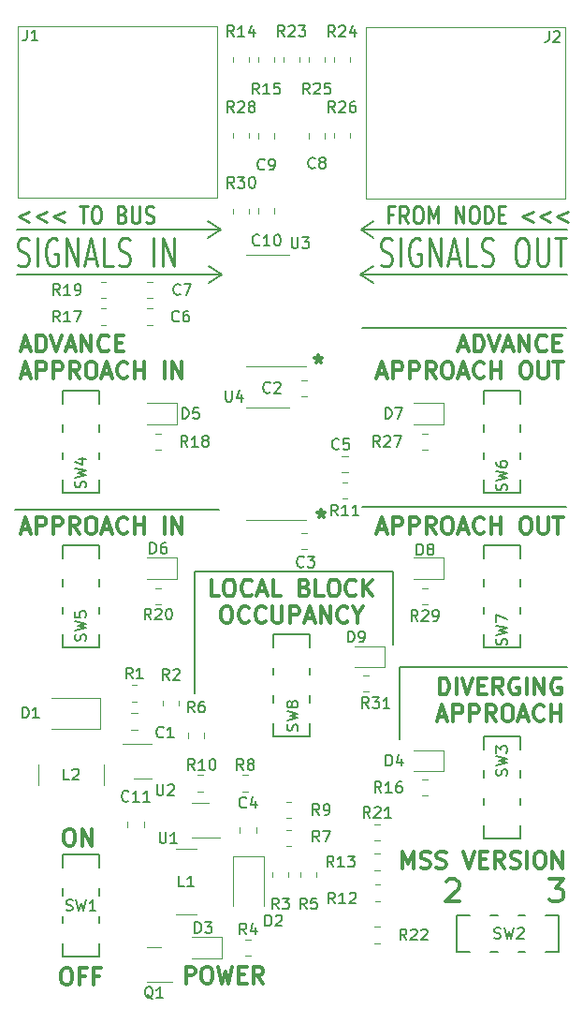
<source format=gto>
G04 #@! TF.GenerationSoftware,KiCad,Pcbnew,6.0.10-86aedd382b~118~ubuntu18.04.1*
G04 #@! TF.CreationDate,2024-08-26T14:05:47-06:00*
G04 #@! TF.ProjectId,mss-debug,6d73732d-6465-4627-9567-2e6b69636164,rev?*
G04 #@! TF.SameCoordinates,Original*
G04 #@! TF.FileFunction,Legend,Top*
G04 #@! TF.FilePolarity,Positive*
%FSLAX46Y46*%
G04 Gerber Fmt 4.6, Leading zero omitted, Abs format (unit mm)*
G04 Created by KiCad (PCBNEW 6.0.10-86aedd382b~118~ubuntu18.04.1) date 2024-08-26 14:05:47*
%MOMM*%
%LPD*%
G01*
G04 APERTURE LIST*
%ADD10C,0.203200*%
%ADD11C,0.300000*%
%ADD12C,0.254000*%
%ADD13C,0.150000*%
%ADD14C,0.120000*%
%ADD15C,0.152400*%
G04 APERTURE END LIST*
D10*
X57086500Y-121793000D02*
X58229500Y-121031000D01*
X44386500Y-121793000D02*
X43243500Y-122555000D01*
X57023000Y-125857000D02*
X58166000Y-125095000D01*
X60579000Y-167862250D02*
X60579000Y-161321750D01*
X57086500Y-121793000D02*
X58229500Y-122555000D01*
X25781000Y-147066000D02*
X44259500Y-147066000D01*
X44450000Y-125857000D02*
X43307000Y-126619000D01*
X57023000Y-125857000D02*
X58166000Y-126619000D01*
X44450000Y-125857000D02*
X43307000Y-125095000D01*
X75692000Y-125857000D02*
X57023000Y-125857000D01*
X57150000Y-130683000D02*
X75628500Y-130683000D01*
X25971500Y-125857000D02*
X44450000Y-125857000D01*
X42037000Y-163703000D02*
X42037000Y-152654000D01*
X60579000Y-161290000D02*
X75692000Y-161290000D01*
X59944000Y-159258000D02*
X59944000Y-152717500D01*
X44386500Y-121793000D02*
X43243500Y-121031000D01*
X75692000Y-121793000D02*
X57086500Y-121793000D01*
X25908000Y-121793000D02*
X44386500Y-121793000D01*
X57181750Y-146812000D02*
X75660250Y-146812000D01*
X42037000Y-152654000D02*
X59944000Y-152654000D01*
D11*
X30321428Y-188535571D02*
X30607142Y-188535571D01*
X30750000Y-188607000D01*
X30892857Y-188749857D01*
X30964285Y-189035571D01*
X30964285Y-189535571D01*
X30892857Y-189821285D01*
X30750000Y-189964142D01*
X30607142Y-190035571D01*
X30321428Y-190035571D01*
X30178571Y-189964142D01*
X30035714Y-189821285D01*
X29964285Y-189535571D01*
X29964285Y-189035571D01*
X30035714Y-188749857D01*
X30178571Y-188607000D01*
X30321428Y-188535571D01*
X32107142Y-189249857D02*
X31607142Y-189249857D01*
X31607142Y-190035571D02*
X31607142Y-188535571D01*
X32321428Y-188535571D01*
X33392857Y-189249857D02*
X32892857Y-189249857D01*
X32892857Y-190035571D02*
X32892857Y-188535571D01*
X33607142Y-188535571D01*
D12*
X26030766Y-124980095D02*
X26284766Y-125101047D01*
X26708100Y-125101047D01*
X26877433Y-124980095D01*
X26962100Y-124859142D01*
X27046766Y-124617238D01*
X27046766Y-124375333D01*
X26962100Y-124133428D01*
X26877433Y-124012476D01*
X26708100Y-123891523D01*
X26369433Y-123770571D01*
X26200100Y-123649619D01*
X26115433Y-123528666D01*
X26030766Y-123286761D01*
X26030766Y-123044857D01*
X26115433Y-122802952D01*
X26200100Y-122682000D01*
X26369433Y-122561047D01*
X26792766Y-122561047D01*
X27046766Y-122682000D01*
X27808766Y-125101047D02*
X27808766Y-122561047D01*
X29586766Y-122682000D02*
X29417433Y-122561047D01*
X29163433Y-122561047D01*
X28909433Y-122682000D01*
X28740100Y-122923904D01*
X28655433Y-123165809D01*
X28570766Y-123649619D01*
X28570766Y-124012476D01*
X28655433Y-124496285D01*
X28740100Y-124738190D01*
X28909433Y-124980095D01*
X29163433Y-125101047D01*
X29332766Y-125101047D01*
X29586766Y-124980095D01*
X29671433Y-124859142D01*
X29671433Y-124012476D01*
X29332766Y-124012476D01*
X30433433Y-125101047D02*
X30433433Y-122561047D01*
X31449433Y-125101047D01*
X31449433Y-122561047D01*
X32211433Y-124375333D02*
X33058100Y-124375333D01*
X32042100Y-125101047D02*
X32634766Y-122561047D01*
X33227433Y-125101047D01*
X34666766Y-125101047D02*
X33820100Y-125101047D01*
X33820100Y-122561047D01*
X35174766Y-124980095D02*
X35428766Y-125101047D01*
X35852100Y-125101047D01*
X36021433Y-124980095D01*
X36106100Y-124859142D01*
X36190766Y-124617238D01*
X36190766Y-124375333D01*
X36106100Y-124133428D01*
X36021433Y-124012476D01*
X35852100Y-123891523D01*
X35513433Y-123770571D01*
X35344100Y-123649619D01*
X35259433Y-123528666D01*
X35174766Y-123286761D01*
X35174766Y-123044857D01*
X35259433Y-122802952D01*
X35344100Y-122682000D01*
X35513433Y-122561047D01*
X35936766Y-122561047D01*
X36190766Y-122682000D01*
X38307433Y-125101047D02*
X38307433Y-122561047D01*
X39154100Y-125101047D02*
X39154100Y-122561047D01*
X40170100Y-125101047D01*
X40170100Y-122561047D01*
D11*
X30567428Y-175962571D02*
X30853142Y-175962571D01*
X30996000Y-176034000D01*
X31138857Y-176176857D01*
X31210285Y-176462571D01*
X31210285Y-176962571D01*
X31138857Y-177248285D01*
X30996000Y-177391142D01*
X30853142Y-177462571D01*
X30567428Y-177462571D01*
X30424571Y-177391142D01*
X30281714Y-177248285D01*
X30210285Y-176962571D01*
X30210285Y-176462571D01*
X30281714Y-176176857D01*
X30424571Y-176034000D01*
X30567428Y-175962571D01*
X31853142Y-177462571D02*
X31853142Y-175962571D01*
X32710285Y-177462571D01*
X32710285Y-175962571D01*
D12*
X59945814Y-120414142D02*
X59522480Y-120414142D01*
X59522480Y-121212428D02*
X59522480Y-119688428D01*
X60127242Y-119688428D01*
X61336766Y-121212428D02*
X60913433Y-120486714D01*
X60611052Y-121212428D02*
X60611052Y-119688428D01*
X61094861Y-119688428D01*
X61215814Y-119761000D01*
X61276290Y-119833571D01*
X61336766Y-119978714D01*
X61336766Y-120196428D01*
X61276290Y-120341571D01*
X61215814Y-120414142D01*
X61094861Y-120486714D01*
X60611052Y-120486714D01*
X62122957Y-119688428D02*
X62364861Y-119688428D01*
X62485814Y-119761000D01*
X62606766Y-119906142D01*
X62667242Y-120196428D01*
X62667242Y-120704428D01*
X62606766Y-120994714D01*
X62485814Y-121139857D01*
X62364861Y-121212428D01*
X62122957Y-121212428D01*
X62002004Y-121139857D01*
X61881052Y-120994714D01*
X61820576Y-120704428D01*
X61820576Y-120196428D01*
X61881052Y-119906142D01*
X62002004Y-119761000D01*
X62122957Y-119688428D01*
X63211528Y-121212428D02*
X63211528Y-119688428D01*
X63634861Y-120777000D01*
X64058195Y-119688428D01*
X64058195Y-121212428D01*
X65630576Y-121212428D02*
X65630576Y-119688428D01*
X66356290Y-121212428D01*
X66356290Y-119688428D01*
X67202957Y-119688428D02*
X67444861Y-119688428D01*
X67565814Y-119761000D01*
X67686766Y-119906142D01*
X67747242Y-120196428D01*
X67747242Y-120704428D01*
X67686766Y-120994714D01*
X67565814Y-121139857D01*
X67444861Y-121212428D01*
X67202957Y-121212428D01*
X67082004Y-121139857D01*
X66961052Y-120994714D01*
X66900576Y-120704428D01*
X66900576Y-120196428D01*
X66961052Y-119906142D01*
X67082004Y-119761000D01*
X67202957Y-119688428D01*
X68291528Y-121212428D02*
X68291528Y-119688428D01*
X68593909Y-119688428D01*
X68775338Y-119761000D01*
X68896290Y-119906142D01*
X68956766Y-120051285D01*
X69017242Y-120341571D01*
X69017242Y-120559285D01*
X68956766Y-120849571D01*
X68896290Y-120994714D01*
X68775338Y-121139857D01*
X68593909Y-121212428D01*
X68291528Y-121212428D01*
X69561528Y-120414142D02*
X69984861Y-120414142D01*
X70166290Y-121212428D02*
X69561528Y-121212428D01*
X69561528Y-119688428D01*
X70166290Y-119688428D01*
X72645814Y-120196428D02*
X71678195Y-120631857D01*
X72645814Y-121067285D01*
X74218195Y-120196428D02*
X73250576Y-120631857D01*
X74218195Y-121067285D01*
X75790576Y-120196428D02*
X74822957Y-120631857D01*
X75790576Y-121067285D01*
D11*
X74106047Y-180497238D02*
X75363952Y-180497238D01*
X74686619Y-181271333D01*
X74976904Y-181271333D01*
X75170428Y-181368095D01*
X75267190Y-181464857D01*
X75363952Y-181658380D01*
X75363952Y-182142190D01*
X75267190Y-182335714D01*
X75170428Y-182432476D01*
X74976904Y-182529238D01*
X74396333Y-182529238D01*
X74202809Y-182432476D01*
X74106047Y-182335714D01*
X64804809Y-180690761D02*
X64901571Y-180594000D01*
X65095095Y-180497238D01*
X65578904Y-180497238D01*
X65772428Y-180594000D01*
X65869190Y-180690761D01*
X65965952Y-180884285D01*
X65965952Y-181077809D01*
X65869190Y-181368095D01*
X64708047Y-182529238D01*
X65965952Y-182529238D01*
X64211285Y-163809071D02*
X64211285Y-162309071D01*
X64568428Y-162309071D01*
X64782714Y-162380500D01*
X64925571Y-162523357D01*
X64997000Y-162666214D01*
X65068428Y-162951928D01*
X65068428Y-163166214D01*
X64997000Y-163451928D01*
X64925571Y-163594785D01*
X64782714Y-163737642D01*
X64568428Y-163809071D01*
X64211285Y-163809071D01*
X65711285Y-163809071D02*
X65711285Y-162309071D01*
X66211285Y-162309071D02*
X66711285Y-163809071D01*
X67211285Y-162309071D01*
X67711285Y-163023357D02*
X68211285Y-163023357D01*
X68425571Y-163809071D02*
X67711285Y-163809071D01*
X67711285Y-162309071D01*
X68425571Y-162309071D01*
X69925571Y-163809071D02*
X69425571Y-163094785D01*
X69068428Y-163809071D02*
X69068428Y-162309071D01*
X69639857Y-162309071D01*
X69782714Y-162380500D01*
X69854142Y-162451928D01*
X69925571Y-162594785D01*
X69925571Y-162809071D01*
X69854142Y-162951928D01*
X69782714Y-163023357D01*
X69639857Y-163094785D01*
X69068428Y-163094785D01*
X71354142Y-162380500D02*
X71211285Y-162309071D01*
X70997000Y-162309071D01*
X70782714Y-162380500D01*
X70639857Y-162523357D01*
X70568428Y-162666214D01*
X70497000Y-162951928D01*
X70497000Y-163166214D01*
X70568428Y-163451928D01*
X70639857Y-163594785D01*
X70782714Y-163737642D01*
X70997000Y-163809071D01*
X71139857Y-163809071D01*
X71354142Y-163737642D01*
X71425571Y-163666214D01*
X71425571Y-163166214D01*
X71139857Y-163166214D01*
X72068428Y-163809071D02*
X72068428Y-162309071D01*
X72782714Y-163809071D02*
X72782714Y-162309071D01*
X73639857Y-163809071D01*
X73639857Y-162309071D01*
X75139857Y-162380500D02*
X74997000Y-162309071D01*
X74782714Y-162309071D01*
X74568428Y-162380500D01*
X74425571Y-162523357D01*
X74354142Y-162666214D01*
X74282714Y-162951928D01*
X74282714Y-163166214D01*
X74354142Y-163451928D01*
X74425571Y-163594785D01*
X74568428Y-163737642D01*
X74782714Y-163809071D01*
X74925571Y-163809071D01*
X75139857Y-163737642D01*
X75211285Y-163666214D01*
X75211285Y-163166214D01*
X74925571Y-163166214D01*
X64068428Y-165795500D02*
X64782714Y-165795500D01*
X63925571Y-166224071D02*
X64425571Y-164724071D01*
X64925571Y-166224071D01*
X65425571Y-166224071D02*
X65425571Y-164724071D01*
X65997000Y-164724071D01*
X66139857Y-164795500D01*
X66211285Y-164866928D01*
X66282714Y-165009785D01*
X66282714Y-165224071D01*
X66211285Y-165366928D01*
X66139857Y-165438357D01*
X65997000Y-165509785D01*
X65425571Y-165509785D01*
X66925571Y-166224071D02*
X66925571Y-164724071D01*
X67497000Y-164724071D01*
X67639857Y-164795500D01*
X67711285Y-164866928D01*
X67782714Y-165009785D01*
X67782714Y-165224071D01*
X67711285Y-165366928D01*
X67639857Y-165438357D01*
X67497000Y-165509785D01*
X66925571Y-165509785D01*
X69282714Y-166224071D02*
X68782714Y-165509785D01*
X68425571Y-166224071D02*
X68425571Y-164724071D01*
X68997000Y-164724071D01*
X69139857Y-164795500D01*
X69211285Y-164866928D01*
X69282714Y-165009785D01*
X69282714Y-165224071D01*
X69211285Y-165366928D01*
X69139857Y-165438357D01*
X68997000Y-165509785D01*
X68425571Y-165509785D01*
X70211285Y-164724071D02*
X70497000Y-164724071D01*
X70639857Y-164795500D01*
X70782714Y-164938357D01*
X70854142Y-165224071D01*
X70854142Y-165724071D01*
X70782714Y-166009785D01*
X70639857Y-166152642D01*
X70497000Y-166224071D01*
X70211285Y-166224071D01*
X70068428Y-166152642D01*
X69925571Y-166009785D01*
X69854142Y-165724071D01*
X69854142Y-165224071D01*
X69925571Y-164938357D01*
X70068428Y-164795500D01*
X70211285Y-164724071D01*
X71425571Y-165795500D02*
X72139857Y-165795500D01*
X71282714Y-166224071D02*
X71782714Y-164724071D01*
X72282714Y-166224071D01*
X73639857Y-166081214D02*
X73568428Y-166152642D01*
X73354142Y-166224071D01*
X73211285Y-166224071D01*
X72997000Y-166152642D01*
X72854142Y-166009785D01*
X72782714Y-165866928D01*
X72711285Y-165581214D01*
X72711285Y-165366928D01*
X72782714Y-165081214D01*
X72854142Y-164938357D01*
X72997000Y-164795500D01*
X73211285Y-164724071D01*
X73354142Y-164724071D01*
X73568428Y-164795500D01*
X73639857Y-164866928D01*
X74282714Y-166224071D02*
X74282714Y-164724071D01*
X74282714Y-165438357D02*
X75139857Y-165438357D01*
X75139857Y-166224071D02*
X75139857Y-164724071D01*
X44264285Y-154919071D02*
X43550000Y-154919071D01*
X43550000Y-153419071D01*
X45050000Y-153419071D02*
X45335714Y-153419071D01*
X45478571Y-153490500D01*
X45621428Y-153633357D01*
X45692857Y-153919071D01*
X45692857Y-154419071D01*
X45621428Y-154704785D01*
X45478571Y-154847642D01*
X45335714Y-154919071D01*
X45050000Y-154919071D01*
X44907142Y-154847642D01*
X44764285Y-154704785D01*
X44692857Y-154419071D01*
X44692857Y-153919071D01*
X44764285Y-153633357D01*
X44907142Y-153490500D01*
X45050000Y-153419071D01*
X47192857Y-154776214D02*
X47121428Y-154847642D01*
X46907142Y-154919071D01*
X46764285Y-154919071D01*
X46550000Y-154847642D01*
X46407142Y-154704785D01*
X46335714Y-154561928D01*
X46264285Y-154276214D01*
X46264285Y-154061928D01*
X46335714Y-153776214D01*
X46407142Y-153633357D01*
X46550000Y-153490500D01*
X46764285Y-153419071D01*
X46907142Y-153419071D01*
X47121428Y-153490500D01*
X47192857Y-153561928D01*
X47764285Y-154490500D02*
X48478571Y-154490500D01*
X47621428Y-154919071D02*
X48121428Y-153419071D01*
X48621428Y-154919071D01*
X49835714Y-154919071D02*
X49121428Y-154919071D01*
X49121428Y-153419071D01*
X51978571Y-154133357D02*
X52192857Y-154204785D01*
X52264285Y-154276214D01*
X52335714Y-154419071D01*
X52335714Y-154633357D01*
X52264285Y-154776214D01*
X52192857Y-154847642D01*
X52050000Y-154919071D01*
X51478571Y-154919071D01*
X51478571Y-153419071D01*
X51978571Y-153419071D01*
X52121428Y-153490500D01*
X52192857Y-153561928D01*
X52264285Y-153704785D01*
X52264285Y-153847642D01*
X52192857Y-153990500D01*
X52121428Y-154061928D01*
X51978571Y-154133357D01*
X51478571Y-154133357D01*
X53692857Y-154919071D02*
X52978571Y-154919071D01*
X52978571Y-153419071D01*
X54478571Y-153419071D02*
X54764285Y-153419071D01*
X54907142Y-153490500D01*
X55050000Y-153633357D01*
X55121428Y-153919071D01*
X55121428Y-154419071D01*
X55050000Y-154704785D01*
X54907142Y-154847642D01*
X54764285Y-154919071D01*
X54478571Y-154919071D01*
X54335714Y-154847642D01*
X54192857Y-154704785D01*
X54121428Y-154419071D01*
X54121428Y-153919071D01*
X54192857Y-153633357D01*
X54335714Y-153490500D01*
X54478571Y-153419071D01*
X56621428Y-154776214D02*
X56550000Y-154847642D01*
X56335714Y-154919071D01*
X56192857Y-154919071D01*
X55978571Y-154847642D01*
X55835714Y-154704785D01*
X55764285Y-154561928D01*
X55692857Y-154276214D01*
X55692857Y-154061928D01*
X55764285Y-153776214D01*
X55835714Y-153633357D01*
X55978571Y-153490500D01*
X56192857Y-153419071D01*
X56335714Y-153419071D01*
X56550000Y-153490500D01*
X56621428Y-153561928D01*
X57264285Y-154919071D02*
X57264285Y-153419071D01*
X58121428Y-154919071D02*
X57478571Y-154061928D01*
X58121428Y-153419071D02*
X57264285Y-154276214D01*
X44800000Y-155834071D02*
X45085714Y-155834071D01*
X45228571Y-155905500D01*
X45371428Y-156048357D01*
X45442857Y-156334071D01*
X45442857Y-156834071D01*
X45371428Y-157119785D01*
X45228571Y-157262642D01*
X45085714Y-157334071D01*
X44800000Y-157334071D01*
X44657142Y-157262642D01*
X44514285Y-157119785D01*
X44442857Y-156834071D01*
X44442857Y-156334071D01*
X44514285Y-156048357D01*
X44657142Y-155905500D01*
X44800000Y-155834071D01*
X46942857Y-157191214D02*
X46871428Y-157262642D01*
X46657142Y-157334071D01*
X46514285Y-157334071D01*
X46300000Y-157262642D01*
X46157142Y-157119785D01*
X46085714Y-156976928D01*
X46014285Y-156691214D01*
X46014285Y-156476928D01*
X46085714Y-156191214D01*
X46157142Y-156048357D01*
X46300000Y-155905500D01*
X46514285Y-155834071D01*
X46657142Y-155834071D01*
X46871428Y-155905500D01*
X46942857Y-155976928D01*
X48442857Y-157191214D02*
X48371428Y-157262642D01*
X48157142Y-157334071D01*
X48014285Y-157334071D01*
X47800000Y-157262642D01*
X47657142Y-157119785D01*
X47585714Y-156976928D01*
X47514285Y-156691214D01*
X47514285Y-156476928D01*
X47585714Y-156191214D01*
X47657142Y-156048357D01*
X47800000Y-155905500D01*
X48014285Y-155834071D01*
X48157142Y-155834071D01*
X48371428Y-155905500D01*
X48442857Y-155976928D01*
X49085714Y-155834071D02*
X49085714Y-157048357D01*
X49157142Y-157191214D01*
X49228571Y-157262642D01*
X49371428Y-157334071D01*
X49657142Y-157334071D01*
X49800000Y-157262642D01*
X49871428Y-157191214D01*
X49942857Y-157048357D01*
X49942857Y-155834071D01*
X50657142Y-157334071D02*
X50657142Y-155834071D01*
X51228571Y-155834071D01*
X51371428Y-155905500D01*
X51442857Y-155976928D01*
X51514285Y-156119785D01*
X51514285Y-156334071D01*
X51442857Y-156476928D01*
X51371428Y-156548357D01*
X51228571Y-156619785D01*
X50657142Y-156619785D01*
X52085714Y-156905500D02*
X52800000Y-156905500D01*
X51942857Y-157334071D02*
X52442857Y-155834071D01*
X52942857Y-157334071D01*
X53442857Y-157334071D02*
X53442857Y-155834071D01*
X54300000Y-157334071D01*
X54300000Y-155834071D01*
X55871428Y-157191214D02*
X55800000Y-157262642D01*
X55585714Y-157334071D01*
X55442857Y-157334071D01*
X55228571Y-157262642D01*
X55085714Y-157119785D01*
X55014285Y-156976928D01*
X54942857Y-156691214D01*
X54942857Y-156476928D01*
X55014285Y-156191214D01*
X55085714Y-156048357D01*
X55228571Y-155905500D01*
X55442857Y-155834071D01*
X55585714Y-155834071D01*
X55800000Y-155905500D01*
X55871428Y-155976928D01*
X56800000Y-156619785D02*
X56800000Y-157334071D01*
X56300000Y-155834071D02*
X56800000Y-156619785D01*
X57300000Y-155834071D01*
D12*
X58847566Y-124980095D02*
X59101566Y-125101047D01*
X59524900Y-125101047D01*
X59694233Y-124980095D01*
X59778900Y-124859142D01*
X59863566Y-124617238D01*
X59863566Y-124375333D01*
X59778900Y-124133428D01*
X59694233Y-124012476D01*
X59524900Y-123891523D01*
X59186233Y-123770571D01*
X59016900Y-123649619D01*
X58932233Y-123528666D01*
X58847566Y-123286761D01*
X58847566Y-123044857D01*
X58932233Y-122802952D01*
X59016900Y-122682000D01*
X59186233Y-122561047D01*
X59609566Y-122561047D01*
X59863566Y-122682000D01*
X60625566Y-125101047D02*
X60625566Y-122561047D01*
X62403566Y-122682000D02*
X62234233Y-122561047D01*
X61980233Y-122561047D01*
X61726233Y-122682000D01*
X61556900Y-122923904D01*
X61472233Y-123165809D01*
X61387566Y-123649619D01*
X61387566Y-124012476D01*
X61472233Y-124496285D01*
X61556900Y-124738190D01*
X61726233Y-124980095D01*
X61980233Y-125101047D01*
X62149566Y-125101047D01*
X62403566Y-124980095D01*
X62488233Y-124859142D01*
X62488233Y-124012476D01*
X62149566Y-124012476D01*
X63250233Y-125101047D02*
X63250233Y-122561047D01*
X64266233Y-125101047D01*
X64266233Y-122561047D01*
X65028233Y-124375333D02*
X65874900Y-124375333D01*
X64858900Y-125101047D02*
X65451566Y-122561047D01*
X66044233Y-125101047D01*
X67483566Y-125101047D02*
X66636900Y-125101047D01*
X66636900Y-122561047D01*
X67991566Y-124980095D02*
X68245566Y-125101047D01*
X68668900Y-125101047D01*
X68838233Y-124980095D01*
X68922900Y-124859142D01*
X69007566Y-124617238D01*
X69007566Y-124375333D01*
X68922900Y-124133428D01*
X68838233Y-124012476D01*
X68668900Y-123891523D01*
X68330233Y-123770571D01*
X68160900Y-123649619D01*
X68076233Y-123528666D01*
X67991566Y-123286761D01*
X67991566Y-123044857D01*
X68076233Y-122802952D01*
X68160900Y-122682000D01*
X68330233Y-122561047D01*
X68753566Y-122561047D01*
X69007566Y-122682000D01*
X71462900Y-122561047D02*
X71801566Y-122561047D01*
X71970900Y-122682000D01*
X72140233Y-122923904D01*
X72224900Y-123407714D01*
X72224900Y-124254380D01*
X72140233Y-124738190D01*
X71970900Y-124980095D01*
X71801566Y-125101047D01*
X71462900Y-125101047D01*
X71293566Y-124980095D01*
X71124233Y-124738190D01*
X71039566Y-124254380D01*
X71039566Y-123407714D01*
X71124233Y-122923904D01*
X71293566Y-122682000D01*
X71462900Y-122561047D01*
X72986900Y-122561047D02*
X72986900Y-124617238D01*
X73071566Y-124859142D01*
X73156233Y-124980095D01*
X73325566Y-125101047D01*
X73664233Y-125101047D01*
X73833566Y-124980095D01*
X73918233Y-124859142D01*
X74002900Y-124617238D01*
X74002900Y-122561047D01*
X74595566Y-122561047D02*
X75611566Y-122561047D01*
X75103566Y-125101047D02*
X75103566Y-122561047D01*
D11*
X41239714Y-189908571D02*
X41239714Y-188408571D01*
X41811142Y-188408571D01*
X41954000Y-188480000D01*
X42025428Y-188551428D01*
X42096857Y-188694285D01*
X42096857Y-188908571D01*
X42025428Y-189051428D01*
X41954000Y-189122857D01*
X41811142Y-189194285D01*
X41239714Y-189194285D01*
X43025428Y-188408571D02*
X43311142Y-188408571D01*
X43454000Y-188480000D01*
X43596857Y-188622857D01*
X43668285Y-188908571D01*
X43668285Y-189408571D01*
X43596857Y-189694285D01*
X43454000Y-189837142D01*
X43311142Y-189908571D01*
X43025428Y-189908571D01*
X42882571Y-189837142D01*
X42739714Y-189694285D01*
X42668285Y-189408571D01*
X42668285Y-188908571D01*
X42739714Y-188622857D01*
X42882571Y-188480000D01*
X43025428Y-188408571D01*
X44168285Y-188408571D02*
X44525428Y-189908571D01*
X44811142Y-188837142D01*
X45096857Y-189908571D01*
X45454000Y-188408571D01*
X46025428Y-189122857D02*
X46525428Y-189122857D01*
X46739714Y-189908571D02*
X46025428Y-189908571D01*
X46025428Y-188408571D01*
X46739714Y-188408571D01*
X48239714Y-189908571D02*
X47739714Y-189194285D01*
X47382571Y-189908571D02*
X47382571Y-188408571D01*
X47954000Y-188408571D01*
X48096857Y-188480000D01*
X48168285Y-188551428D01*
X48239714Y-188694285D01*
X48239714Y-188908571D01*
X48168285Y-189051428D01*
X48096857Y-189122857D01*
X47954000Y-189194285D01*
X47382571Y-189194285D01*
X60838285Y-179494571D02*
X60838285Y-177994571D01*
X61338285Y-179066000D01*
X61838285Y-177994571D01*
X61838285Y-179494571D01*
X62481142Y-179423142D02*
X62695428Y-179494571D01*
X63052571Y-179494571D01*
X63195428Y-179423142D01*
X63266857Y-179351714D01*
X63338285Y-179208857D01*
X63338285Y-179066000D01*
X63266857Y-178923142D01*
X63195428Y-178851714D01*
X63052571Y-178780285D01*
X62766857Y-178708857D01*
X62624000Y-178637428D01*
X62552571Y-178566000D01*
X62481142Y-178423142D01*
X62481142Y-178280285D01*
X62552571Y-178137428D01*
X62624000Y-178066000D01*
X62766857Y-177994571D01*
X63124000Y-177994571D01*
X63338285Y-178066000D01*
X63909714Y-179423142D02*
X64124000Y-179494571D01*
X64481142Y-179494571D01*
X64624000Y-179423142D01*
X64695428Y-179351714D01*
X64766857Y-179208857D01*
X64766857Y-179066000D01*
X64695428Y-178923142D01*
X64624000Y-178851714D01*
X64481142Y-178780285D01*
X64195428Y-178708857D01*
X64052571Y-178637428D01*
X63981142Y-178566000D01*
X63909714Y-178423142D01*
X63909714Y-178280285D01*
X63981142Y-178137428D01*
X64052571Y-178066000D01*
X64195428Y-177994571D01*
X64552571Y-177994571D01*
X64766857Y-178066000D01*
X66338285Y-177994571D02*
X66838285Y-179494571D01*
X67338285Y-177994571D01*
X67838285Y-178708857D02*
X68338285Y-178708857D01*
X68552571Y-179494571D02*
X67838285Y-179494571D01*
X67838285Y-177994571D01*
X68552571Y-177994571D01*
X70052571Y-179494571D02*
X69552571Y-178780285D01*
X69195428Y-179494571D02*
X69195428Y-177994571D01*
X69766857Y-177994571D01*
X69909714Y-178066000D01*
X69981142Y-178137428D01*
X70052571Y-178280285D01*
X70052571Y-178494571D01*
X69981142Y-178637428D01*
X69909714Y-178708857D01*
X69766857Y-178780285D01*
X69195428Y-178780285D01*
X70624000Y-179423142D02*
X70838285Y-179494571D01*
X71195428Y-179494571D01*
X71338285Y-179423142D01*
X71409714Y-179351714D01*
X71481142Y-179208857D01*
X71481142Y-179066000D01*
X71409714Y-178923142D01*
X71338285Y-178851714D01*
X71195428Y-178780285D01*
X70909714Y-178708857D01*
X70766857Y-178637428D01*
X70695428Y-178566000D01*
X70624000Y-178423142D01*
X70624000Y-178280285D01*
X70695428Y-178137428D01*
X70766857Y-178066000D01*
X70909714Y-177994571D01*
X71266857Y-177994571D01*
X71481142Y-178066000D01*
X72124000Y-179494571D02*
X72124000Y-177994571D01*
X73124000Y-177994571D02*
X73409714Y-177994571D01*
X73552571Y-178066000D01*
X73695428Y-178208857D01*
X73766857Y-178494571D01*
X73766857Y-178994571D01*
X73695428Y-179280285D01*
X73552571Y-179423142D01*
X73409714Y-179494571D01*
X73124000Y-179494571D01*
X72981142Y-179423142D01*
X72838285Y-179280285D01*
X72766857Y-178994571D01*
X72766857Y-178494571D01*
X72838285Y-178208857D01*
X72981142Y-178066000D01*
X73124000Y-177994571D01*
X74409714Y-179494571D02*
X74409714Y-177994571D01*
X75266857Y-179494571D01*
X75266857Y-177994571D01*
X65997000Y-132392500D02*
X66711285Y-132392500D01*
X65854142Y-132821071D02*
X66354142Y-131321071D01*
X66854142Y-132821071D01*
X67354142Y-132821071D02*
X67354142Y-131321071D01*
X67711285Y-131321071D01*
X67925571Y-131392500D01*
X68068428Y-131535357D01*
X68139857Y-131678214D01*
X68211285Y-131963928D01*
X68211285Y-132178214D01*
X68139857Y-132463928D01*
X68068428Y-132606785D01*
X67925571Y-132749642D01*
X67711285Y-132821071D01*
X67354142Y-132821071D01*
X68639857Y-131321071D02*
X69139857Y-132821071D01*
X69639857Y-131321071D01*
X70068428Y-132392500D02*
X70782714Y-132392500D01*
X69925571Y-132821071D02*
X70425571Y-131321071D01*
X70925571Y-132821071D01*
X71425571Y-132821071D02*
X71425571Y-131321071D01*
X72282714Y-132821071D01*
X72282714Y-131321071D01*
X73854142Y-132678214D02*
X73782714Y-132749642D01*
X73568428Y-132821071D01*
X73425571Y-132821071D01*
X73211285Y-132749642D01*
X73068428Y-132606785D01*
X72997000Y-132463928D01*
X72925571Y-132178214D01*
X72925571Y-131963928D01*
X72997000Y-131678214D01*
X73068428Y-131535357D01*
X73211285Y-131392500D01*
X73425571Y-131321071D01*
X73568428Y-131321071D01*
X73782714Y-131392500D01*
X73854142Y-131463928D01*
X74497000Y-132035357D02*
X74997000Y-132035357D01*
X75211285Y-132821071D02*
X74497000Y-132821071D01*
X74497000Y-131321071D01*
X75211285Y-131321071D01*
X58639857Y-134807500D02*
X59354142Y-134807500D01*
X58497000Y-135236071D02*
X58997000Y-133736071D01*
X59497000Y-135236071D01*
X59997000Y-135236071D02*
X59997000Y-133736071D01*
X60568428Y-133736071D01*
X60711285Y-133807500D01*
X60782714Y-133878928D01*
X60854142Y-134021785D01*
X60854142Y-134236071D01*
X60782714Y-134378928D01*
X60711285Y-134450357D01*
X60568428Y-134521785D01*
X59997000Y-134521785D01*
X61497000Y-135236071D02*
X61497000Y-133736071D01*
X62068428Y-133736071D01*
X62211285Y-133807500D01*
X62282714Y-133878928D01*
X62354142Y-134021785D01*
X62354142Y-134236071D01*
X62282714Y-134378928D01*
X62211285Y-134450357D01*
X62068428Y-134521785D01*
X61497000Y-134521785D01*
X63854142Y-135236071D02*
X63354142Y-134521785D01*
X62997000Y-135236071D02*
X62997000Y-133736071D01*
X63568428Y-133736071D01*
X63711285Y-133807500D01*
X63782714Y-133878928D01*
X63854142Y-134021785D01*
X63854142Y-134236071D01*
X63782714Y-134378928D01*
X63711285Y-134450357D01*
X63568428Y-134521785D01*
X62997000Y-134521785D01*
X64782714Y-133736071D02*
X65068428Y-133736071D01*
X65211285Y-133807500D01*
X65354142Y-133950357D01*
X65425571Y-134236071D01*
X65425571Y-134736071D01*
X65354142Y-135021785D01*
X65211285Y-135164642D01*
X65068428Y-135236071D01*
X64782714Y-135236071D01*
X64639857Y-135164642D01*
X64497000Y-135021785D01*
X64425571Y-134736071D01*
X64425571Y-134236071D01*
X64497000Y-133950357D01*
X64639857Y-133807500D01*
X64782714Y-133736071D01*
X65997000Y-134807500D02*
X66711285Y-134807500D01*
X65854142Y-135236071D02*
X66354142Y-133736071D01*
X66854142Y-135236071D01*
X68211285Y-135093214D02*
X68139857Y-135164642D01*
X67925571Y-135236071D01*
X67782714Y-135236071D01*
X67568428Y-135164642D01*
X67425571Y-135021785D01*
X67354142Y-134878928D01*
X67282714Y-134593214D01*
X67282714Y-134378928D01*
X67354142Y-134093214D01*
X67425571Y-133950357D01*
X67568428Y-133807500D01*
X67782714Y-133736071D01*
X67925571Y-133736071D01*
X68139857Y-133807500D01*
X68211285Y-133878928D01*
X68854142Y-135236071D02*
X68854142Y-133736071D01*
X68854142Y-134450357D02*
X69711285Y-134450357D01*
X69711285Y-135236071D02*
X69711285Y-133736071D01*
X71854142Y-133736071D02*
X72139857Y-133736071D01*
X72282714Y-133807500D01*
X72425571Y-133950357D01*
X72497000Y-134236071D01*
X72497000Y-134736071D01*
X72425571Y-135021785D01*
X72282714Y-135164642D01*
X72139857Y-135236071D01*
X71854142Y-135236071D01*
X71711285Y-135164642D01*
X71568428Y-135021785D01*
X71497000Y-134736071D01*
X71497000Y-134236071D01*
X71568428Y-133950357D01*
X71711285Y-133807500D01*
X71854142Y-133736071D01*
X73139857Y-133736071D02*
X73139857Y-134950357D01*
X73211285Y-135093214D01*
X73282714Y-135164642D01*
X73425571Y-135236071D01*
X73711285Y-135236071D01*
X73854142Y-135164642D01*
X73925571Y-135093214D01*
X73997000Y-134950357D01*
X73997000Y-133736071D01*
X74497000Y-133736071D02*
X75354142Y-133736071D01*
X74925571Y-135236071D02*
X74925571Y-133736071D01*
X53471428Y-147100571D02*
X53471428Y-147457714D01*
X53114285Y-147314857D02*
X53471428Y-147457714D01*
X53828571Y-147314857D01*
X53257142Y-147743428D02*
X53471428Y-147457714D01*
X53685714Y-147743428D01*
X26388714Y-148840000D02*
X27103000Y-148840000D01*
X26245857Y-149268571D02*
X26745857Y-147768571D01*
X27245857Y-149268571D01*
X27745857Y-149268571D02*
X27745857Y-147768571D01*
X28317285Y-147768571D01*
X28460142Y-147840000D01*
X28531571Y-147911428D01*
X28603000Y-148054285D01*
X28603000Y-148268571D01*
X28531571Y-148411428D01*
X28460142Y-148482857D01*
X28317285Y-148554285D01*
X27745857Y-148554285D01*
X29245857Y-149268571D02*
X29245857Y-147768571D01*
X29817285Y-147768571D01*
X29960142Y-147840000D01*
X30031571Y-147911428D01*
X30103000Y-148054285D01*
X30103000Y-148268571D01*
X30031571Y-148411428D01*
X29960142Y-148482857D01*
X29817285Y-148554285D01*
X29245857Y-148554285D01*
X31603000Y-149268571D02*
X31103000Y-148554285D01*
X30745857Y-149268571D02*
X30745857Y-147768571D01*
X31317285Y-147768571D01*
X31460142Y-147840000D01*
X31531571Y-147911428D01*
X31603000Y-148054285D01*
X31603000Y-148268571D01*
X31531571Y-148411428D01*
X31460142Y-148482857D01*
X31317285Y-148554285D01*
X30745857Y-148554285D01*
X32531571Y-147768571D02*
X32817285Y-147768571D01*
X32960142Y-147840000D01*
X33103000Y-147982857D01*
X33174428Y-148268571D01*
X33174428Y-148768571D01*
X33103000Y-149054285D01*
X32960142Y-149197142D01*
X32817285Y-149268571D01*
X32531571Y-149268571D01*
X32388714Y-149197142D01*
X32245857Y-149054285D01*
X32174428Y-148768571D01*
X32174428Y-148268571D01*
X32245857Y-147982857D01*
X32388714Y-147840000D01*
X32531571Y-147768571D01*
X33745857Y-148840000D02*
X34460142Y-148840000D01*
X33603000Y-149268571D02*
X34103000Y-147768571D01*
X34603000Y-149268571D01*
X35960142Y-149125714D02*
X35888714Y-149197142D01*
X35674428Y-149268571D01*
X35531571Y-149268571D01*
X35317285Y-149197142D01*
X35174428Y-149054285D01*
X35103000Y-148911428D01*
X35031571Y-148625714D01*
X35031571Y-148411428D01*
X35103000Y-148125714D01*
X35174428Y-147982857D01*
X35317285Y-147840000D01*
X35531571Y-147768571D01*
X35674428Y-147768571D01*
X35888714Y-147840000D01*
X35960142Y-147911428D01*
X36603000Y-149268571D02*
X36603000Y-147768571D01*
X36603000Y-148482857D02*
X37460142Y-148482857D01*
X37460142Y-149268571D02*
X37460142Y-147768571D01*
X39317285Y-149268571D02*
X39317285Y-147768571D01*
X40031571Y-149268571D02*
X40031571Y-147768571D01*
X40888714Y-149268571D01*
X40888714Y-147768571D01*
X26388714Y-132392500D02*
X27103000Y-132392500D01*
X26245857Y-132821071D02*
X26745857Y-131321071D01*
X27245857Y-132821071D01*
X27745857Y-132821071D02*
X27745857Y-131321071D01*
X28103000Y-131321071D01*
X28317285Y-131392500D01*
X28460142Y-131535357D01*
X28531571Y-131678214D01*
X28603000Y-131963928D01*
X28603000Y-132178214D01*
X28531571Y-132463928D01*
X28460142Y-132606785D01*
X28317285Y-132749642D01*
X28103000Y-132821071D01*
X27745857Y-132821071D01*
X29031571Y-131321071D02*
X29531571Y-132821071D01*
X30031571Y-131321071D01*
X30460142Y-132392500D02*
X31174428Y-132392500D01*
X30317285Y-132821071D02*
X30817285Y-131321071D01*
X31317285Y-132821071D01*
X31817285Y-132821071D02*
X31817285Y-131321071D01*
X32674428Y-132821071D01*
X32674428Y-131321071D01*
X34245857Y-132678214D02*
X34174428Y-132749642D01*
X33960142Y-132821071D01*
X33817285Y-132821071D01*
X33603000Y-132749642D01*
X33460142Y-132606785D01*
X33388714Y-132463928D01*
X33317285Y-132178214D01*
X33317285Y-131963928D01*
X33388714Y-131678214D01*
X33460142Y-131535357D01*
X33603000Y-131392500D01*
X33817285Y-131321071D01*
X33960142Y-131321071D01*
X34174428Y-131392500D01*
X34245857Y-131463928D01*
X34888714Y-132035357D02*
X35388714Y-132035357D01*
X35603000Y-132821071D02*
X34888714Y-132821071D01*
X34888714Y-131321071D01*
X35603000Y-131321071D01*
X26388714Y-134807500D02*
X27103000Y-134807500D01*
X26245857Y-135236071D02*
X26745857Y-133736071D01*
X27245857Y-135236071D01*
X27745857Y-135236071D02*
X27745857Y-133736071D01*
X28317285Y-133736071D01*
X28460142Y-133807500D01*
X28531571Y-133878928D01*
X28603000Y-134021785D01*
X28603000Y-134236071D01*
X28531571Y-134378928D01*
X28460142Y-134450357D01*
X28317285Y-134521785D01*
X27745857Y-134521785D01*
X29245857Y-135236071D02*
X29245857Y-133736071D01*
X29817285Y-133736071D01*
X29960142Y-133807500D01*
X30031571Y-133878928D01*
X30103000Y-134021785D01*
X30103000Y-134236071D01*
X30031571Y-134378928D01*
X29960142Y-134450357D01*
X29817285Y-134521785D01*
X29245857Y-134521785D01*
X31603000Y-135236071D02*
X31103000Y-134521785D01*
X30745857Y-135236071D02*
X30745857Y-133736071D01*
X31317285Y-133736071D01*
X31460142Y-133807500D01*
X31531571Y-133878928D01*
X31603000Y-134021785D01*
X31603000Y-134236071D01*
X31531571Y-134378928D01*
X31460142Y-134450357D01*
X31317285Y-134521785D01*
X30745857Y-134521785D01*
X32531571Y-133736071D02*
X32817285Y-133736071D01*
X32960142Y-133807500D01*
X33103000Y-133950357D01*
X33174428Y-134236071D01*
X33174428Y-134736071D01*
X33103000Y-135021785D01*
X32960142Y-135164642D01*
X32817285Y-135236071D01*
X32531571Y-135236071D01*
X32388714Y-135164642D01*
X32245857Y-135021785D01*
X32174428Y-134736071D01*
X32174428Y-134236071D01*
X32245857Y-133950357D01*
X32388714Y-133807500D01*
X32531571Y-133736071D01*
X33745857Y-134807500D02*
X34460142Y-134807500D01*
X33603000Y-135236071D02*
X34103000Y-133736071D01*
X34603000Y-135236071D01*
X35960142Y-135093214D02*
X35888714Y-135164642D01*
X35674428Y-135236071D01*
X35531571Y-135236071D01*
X35317285Y-135164642D01*
X35174428Y-135021785D01*
X35103000Y-134878928D01*
X35031571Y-134593214D01*
X35031571Y-134378928D01*
X35103000Y-134093214D01*
X35174428Y-133950357D01*
X35317285Y-133807500D01*
X35531571Y-133736071D01*
X35674428Y-133736071D01*
X35888714Y-133807500D01*
X35960142Y-133878928D01*
X36603000Y-135236071D02*
X36603000Y-133736071D01*
X36603000Y-134450357D02*
X37460142Y-134450357D01*
X37460142Y-135236071D02*
X37460142Y-133736071D01*
X39317285Y-135236071D02*
X39317285Y-133736071D01*
X40031571Y-135236071D02*
X40031571Y-133736071D01*
X40888714Y-135236071D01*
X40888714Y-133736071D01*
D12*
X27089100Y-120196428D02*
X26121480Y-120631857D01*
X27089100Y-121067285D01*
X28661480Y-120196428D02*
X27693861Y-120631857D01*
X28661480Y-121067285D01*
X30233861Y-120196428D02*
X29266242Y-120631857D01*
X30233861Y-121067285D01*
X31624814Y-119688428D02*
X32350528Y-119688428D01*
X31987671Y-121212428D02*
X31987671Y-119688428D01*
X33015766Y-119688428D02*
X33257671Y-119688428D01*
X33378623Y-119761000D01*
X33499576Y-119906142D01*
X33560052Y-120196428D01*
X33560052Y-120704428D01*
X33499576Y-120994714D01*
X33378623Y-121139857D01*
X33257671Y-121212428D01*
X33015766Y-121212428D01*
X32894814Y-121139857D01*
X32773861Y-120994714D01*
X32713385Y-120704428D01*
X32713385Y-120196428D01*
X32773861Y-119906142D01*
X32894814Y-119761000D01*
X33015766Y-119688428D01*
X35495290Y-120414142D02*
X35676719Y-120486714D01*
X35737195Y-120559285D01*
X35797671Y-120704428D01*
X35797671Y-120922142D01*
X35737195Y-121067285D01*
X35676719Y-121139857D01*
X35555766Y-121212428D01*
X35071957Y-121212428D01*
X35071957Y-119688428D01*
X35495290Y-119688428D01*
X35616242Y-119761000D01*
X35676719Y-119833571D01*
X35737195Y-119978714D01*
X35737195Y-120123857D01*
X35676719Y-120269000D01*
X35616242Y-120341571D01*
X35495290Y-120414142D01*
X35071957Y-120414142D01*
X36341957Y-119688428D02*
X36341957Y-120922142D01*
X36402433Y-121067285D01*
X36462909Y-121139857D01*
X36583861Y-121212428D01*
X36825766Y-121212428D01*
X36946719Y-121139857D01*
X37007195Y-121067285D01*
X37067671Y-120922142D01*
X37067671Y-119688428D01*
X37611957Y-121139857D02*
X37793385Y-121212428D01*
X38095766Y-121212428D01*
X38216719Y-121139857D01*
X38277195Y-121067285D01*
X38337671Y-120922142D01*
X38337671Y-120777000D01*
X38277195Y-120631857D01*
X38216719Y-120559285D01*
X38095766Y-120486714D01*
X37853861Y-120414142D01*
X37732909Y-120341571D01*
X37672433Y-120269000D01*
X37611957Y-120123857D01*
X37611957Y-119978714D01*
X37672433Y-119833571D01*
X37732909Y-119761000D01*
X37853861Y-119688428D01*
X38156242Y-119688428D01*
X38337671Y-119761000D01*
D11*
X58639857Y-148840000D02*
X59354142Y-148840000D01*
X58497000Y-149268571D02*
X58997000Y-147768571D01*
X59497000Y-149268571D01*
X59997000Y-149268571D02*
X59997000Y-147768571D01*
X60568428Y-147768571D01*
X60711285Y-147840000D01*
X60782714Y-147911428D01*
X60854142Y-148054285D01*
X60854142Y-148268571D01*
X60782714Y-148411428D01*
X60711285Y-148482857D01*
X60568428Y-148554285D01*
X59997000Y-148554285D01*
X61497000Y-149268571D02*
X61497000Y-147768571D01*
X62068428Y-147768571D01*
X62211285Y-147840000D01*
X62282714Y-147911428D01*
X62354142Y-148054285D01*
X62354142Y-148268571D01*
X62282714Y-148411428D01*
X62211285Y-148482857D01*
X62068428Y-148554285D01*
X61497000Y-148554285D01*
X63854142Y-149268571D02*
X63354142Y-148554285D01*
X62997000Y-149268571D02*
X62997000Y-147768571D01*
X63568428Y-147768571D01*
X63711285Y-147840000D01*
X63782714Y-147911428D01*
X63854142Y-148054285D01*
X63854142Y-148268571D01*
X63782714Y-148411428D01*
X63711285Y-148482857D01*
X63568428Y-148554285D01*
X62997000Y-148554285D01*
X64782714Y-147768571D02*
X65068428Y-147768571D01*
X65211285Y-147840000D01*
X65354142Y-147982857D01*
X65425571Y-148268571D01*
X65425571Y-148768571D01*
X65354142Y-149054285D01*
X65211285Y-149197142D01*
X65068428Y-149268571D01*
X64782714Y-149268571D01*
X64639857Y-149197142D01*
X64497000Y-149054285D01*
X64425571Y-148768571D01*
X64425571Y-148268571D01*
X64497000Y-147982857D01*
X64639857Y-147840000D01*
X64782714Y-147768571D01*
X65997000Y-148840000D02*
X66711285Y-148840000D01*
X65854142Y-149268571D02*
X66354142Y-147768571D01*
X66854142Y-149268571D01*
X68211285Y-149125714D02*
X68139857Y-149197142D01*
X67925571Y-149268571D01*
X67782714Y-149268571D01*
X67568428Y-149197142D01*
X67425571Y-149054285D01*
X67354142Y-148911428D01*
X67282714Y-148625714D01*
X67282714Y-148411428D01*
X67354142Y-148125714D01*
X67425571Y-147982857D01*
X67568428Y-147840000D01*
X67782714Y-147768571D01*
X67925571Y-147768571D01*
X68139857Y-147840000D01*
X68211285Y-147911428D01*
X68854142Y-149268571D02*
X68854142Y-147768571D01*
X68854142Y-148482857D02*
X69711285Y-148482857D01*
X69711285Y-149268571D02*
X69711285Y-147768571D01*
X71854142Y-147768571D02*
X72139857Y-147768571D01*
X72282714Y-147840000D01*
X72425571Y-147982857D01*
X72497000Y-148268571D01*
X72497000Y-148768571D01*
X72425571Y-149054285D01*
X72282714Y-149197142D01*
X72139857Y-149268571D01*
X71854142Y-149268571D01*
X71711285Y-149197142D01*
X71568428Y-149054285D01*
X71497000Y-148768571D01*
X71497000Y-148268571D01*
X71568428Y-147982857D01*
X71711285Y-147840000D01*
X71854142Y-147768571D01*
X73139857Y-147768571D02*
X73139857Y-148982857D01*
X73211285Y-149125714D01*
X73282714Y-149197142D01*
X73425571Y-149268571D01*
X73711285Y-149268571D01*
X73854142Y-149197142D01*
X73925571Y-149125714D01*
X73997000Y-148982857D01*
X73997000Y-147768571D01*
X74497000Y-147768571D02*
X75354142Y-147768571D01*
X74925571Y-149268571D02*
X74925571Y-147768571D01*
X53217428Y-133130571D02*
X53217428Y-133487714D01*
X52860285Y-133344857D02*
X53217428Y-133487714D01*
X53574571Y-133344857D01*
X53003142Y-133773428D02*
X53217428Y-133487714D01*
X53431714Y-133773428D01*
D13*
X46442333Y-170632380D02*
X46109000Y-170156190D01*
X45870904Y-170632380D02*
X45870904Y-169632380D01*
X46251857Y-169632380D01*
X46347095Y-169680000D01*
X46394714Y-169727619D01*
X46442333Y-169822857D01*
X46442333Y-169965714D01*
X46394714Y-170060952D01*
X46347095Y-170108571D01*
X46251857Y-170156190D01*
X45870904Y-170156190D01*
X47013761Y-170060952D02*
X46918523Y-170013333D01*
X46870904Y-169965714D01*
X46823285Y-169870476D01*
X46823285Y-169822857D01*
X46870904Y-169727619D01*
X46918523Y-169680000D01*
X47013761Y-169632380D01*
X47204238Y-169632380D01*
X47299476Y-169680000D01*
X47347095Y-169727619D01*
X47394714Y-169822857D01*
X47394714Y-169870476D01*
X47347095Y-169965714D01*
X47299476Y-170013333D01*
X47204238Y-170060952D01*
X47013761Y-170060952D01*
X46918523Y-170108571D01*
X46870904Y-170156190D01*
X46823285Y-170251428D01*
X46823285Y-170441904D01*
X46870904Y-170537142D01*
X46918523Y-170584761D01*
X47013761Y-170632380D01*
X47204238Y-170632380D01*
X47299476Y-170584761D01*
X47347095Y-170537142D01*
X47394714Y-170441904D01*
X47394714Y-170251428D01*
X47347095Y-170156190D01*
X47299476Y-170108571D01*
X47204238Y-170060952D01*
X52157333Y-183205380D02*
X51824000Y-182729190D01*
X51585904Y-183205380D02*
X51585904Y-182205380D01*
X51966857Y-182205380D01*
X52062095Y-182253000D01*
X52109714Y-182300619D01*
X52157333Y-182395857D01*
X52157333Y-182538714D01*
X52109714Y-182633952D01*
X52062095Y-182681571D01*
X51966857Y-182729190D01*
X51585904Y-182729190D01*
X53062095Y-182205380D02*
X52585904Y-182205380D01*
X52538285Y-182681571D01*
X52585904Y-182633952D01*
X52681142Y-182586333D01*
X52919238Y-182586333D01*
X53014476Y-182633952D01*
X53062095Y-182681571D01*
X53109714Y-182776809D01*
X53109714Y-183014904D01*
X53062095Y-183110142D01*
X53014476Y-183157761D01*
X52919238Y-183205380D01*
X52681142Y-183205380D01*
X52585904Y-183157761D01*
X52538285Y-183110142D01*
X39203333Y-167616142D02*
X39155714Y-167663761D01*
X39012857Y-167711380D01*
X38917619Y-167711380D01*
X38774761Y-167663761D01*
X38679523Y-167568523D01*
X38631904Y-167473285D01*
X38584285Y-167282809D01*
X38584285Y-167139952D01*
X38631904Y-166949476D01*
X38679523Y-166854238D01*
X38774761Y-166759000D01*
X38917619Y-166711380D01*
X39012857Y-166711380D01*
X39155714Y-166759000D01*
X39203333Y-166806619D01*
X40155714Y-167711380D02*
X39584285Y-167711380D01*
X39870000Y-167711380D02*
X39870000Y-166711380D01*
X39774761Y-166854238D01*
X39679523Y-166949476D01*
X39584285Y-166997095D01*
X38608095Y-171918380D02*
X38608095Y-172727904D01*
X38655714Y-172823142D01*
X38703333Y-172870761D01*
X38798571Y-172918380D01*
X38989047Y-172918380D01*
X39084285Y-172870761D01*
X39131904Y-172823142D01*
X39179523Y-172727904D01*
X39179523Y-171918380D01*
X39608095Y-172013619D02*
X39655714Y-171966000D01*
X39750952Y-171918380D01*
X39989047Y-171918380D01*
X40084285Y-171966000D01*
X40131904Y-172013619D01*
X40179523Y-172108857D01*
X40179523Y-172204095D01*
X40131904Y-172346952D01*
X39560476Y-172918380D01*
X40179523Y-172918380D01*
X47889892Y-123142642D02*
X47842273Y-123190261D01*
X47699416Y-123237880D01*
X47604178Y-123237880D01*
X47461321Y-123190261D01*
X47366083Y-123095023D01*
X47318464Y-122999785D01*
X47270845Y-122809309D01*
X47270845Y-122666452D01*
X47318464Y-122475976D01*
X47366083Y-122380738D01*
X47461321Y-122285500D01*
X47604178Y-122237880D01*
X47699416Y-122237880D01*
X47842273Y-122285500D01*
X47889892Y-122333119D01*
X48842273Y-123237880D02*
X48270845Y-123237880D01*
X48556559Y-123237880D02*
X48556559Y-122237880D01*
X48461321Y-122380738D01*
X48366083Y-122475976D01*
X48270845Y-122523595D01*
X49461321Y-122237880D02*
X49556559Y-122237880D01*
X49651797Y-122285500D01*
X49699416Y-122333119D01*
X49747035Y-122428357D01*
X49794654Y-122618833D01*
X49794654Y-122856928D01*
X49747035Y-123047404D01*
X49699416Y-123142642D01*
X49651797Y-123190261D01*
X49556559Y-123237880D01*
X49461321Y-123237880D01*
X49366083Y-123190261D01*
X49318464Y-123142642D01*
X49270845Y-123047404D01*
X49223226Y-122856928D01*
X49223226Y-122618833D01*
X49270845Y-122428357D01*
X49318464Y-122333119D01*
X49366083Y-122285500D01*
X49461321Y-122237880D01*
X44831095Y-136325380D02*
X44831095Y-137134904D01*
X44878714Y-137230142D01*
X44926333Y-137277761D01*
X45021571Y-137325380D01*
X45212047Y-137325380D01*
X45307285Y-137277761D01*
X45354904Y-137230142D01*
X45402523Y-137134904D01*
X45402523Y-136325380D01*
X46307285Y-136658714D02*
X46307285Y-137325380D01*
X46069190Y-136277761D02*
X45831095Y-136992047D01*
X46450142Y-136992047D01*
X48855333Y-136468142D02*
X48807714Y-136515761D01*
X48664857Y-136563380D01*
X48569619Y-136563380D01*
X48426761Y-136515761D01*
X48331523Y-136420523D01*
X48283904Y-136325285D01*
X48236285Y-136134809D01*
X48236285Y-135991952D01*
X48283904Y-135801476D01*
X48331523Y-135706238D01*
X48426761Y-135611000D01*
X48569619Y-135563380D01*
X48664857Y-135563380D01*
X48807714Y-135611000D01*
X48855333Y-135658619D01*
X49236285Y-135658619D02*
X49283904Y-135611000D01*
X49379142Y-135563380D01*
X49617238Y-135563380D01*
X49712476Y-135611000D01*
X49760095Y-135658619D01*
X49807714Y-135753857D01*
X49807714Y-135849095D01*
X49760095Y-135991952D01*
X49188666Y-136563380D01*
X49807714Y-136563380D01*
X58920142Y-172664380D02*
X58586809Y-172188190D01*
X58348714Y-172664380D02*
X58348714Y-171664380D01*
X58729666Y-171664380D01*
X58824904Y-171712000D01*
X58872523Y-171759619D01*
X58920142Y-171854857D01*
X58920142Y-171997714D01*
X58872523Y-172092952D01*
X58824904Y-172140571D01*
X58729666Y-172188190D01*
X58348714Y-172188190D01*
X59872523Y-172664380D02*
X59301095Y-172664380D01*
X59586809Y-172664380D02*
X59586809Y-171664380D01*
X59491571Y-171807238D01*
X59396333Y-171902476D01*
X59301095Y-171950095D01*
X60729666Y-171664380D02*
X60539190Y-171664380D01*
X60443952Y-171712000D01*
X60396333Y-171759619D01*
X60301095Y-171902476D01*
X60253476Y-172092952D01*
X60253476Y-172473904D01*
X60301095Y-172569142D01*
X60348714Y-172616761D01*
X60443952Y-172664380D01*
X60634428Y-172664380D01*
X60729666Y-172616761D01*
X60777285Y-172569142D01*
X60824904Y-172473904D01*
X60824904Y-172235809D01*
X60777285Y-172140571D01*
X60729666Y-172092952D01*
X60634428Y-172045333D01*
X60443952Y-172045333D01*
X60348714Y-172092952D01*
X60301095Y-172140571D01*
X60253476Y-172235809D01*
X54729142Y-111196380D02*
X54395809Y-110720190D01*
X54157714Y-111196380D02*
X54157714Y-110196380D01*
X54538666Y-110196380D01*
X54633904Y-110244000D01*
X54681523Y-110291619D01*
X54729142Y-110386857D01*
X54729142Y-110529714D01*
X54681523Y-110624952D01*
X54633904Y-110672571D01*
X54538666Y-110720190D01*
X54157714Y-110720190D01*
X55110095Y-110291619D02*
X55157714Y-110244000D01*
X55252952Y-110196380D01*
X55491047Y-110196380D01*
X55586285Y-110244000D01*
X55633904Y-110291619D01*
X55681523Y-110386857D01*
X55681523Y-110482095D01*
X55633904Y-110624952D01*
X55062476Y-111196380D01*
X55681523Y-111196380D01*
X56538666Y-110196380D02*
X56348190Y-110196380D01*
X56252952Y-110244000D01*
X56205333Y-110291619D01*
X56110095Y-110434476D01*
X56062476Y-110624952D01*
X56062476Y-111005904D01*
X56110095Y-111101142D01*
X56157714Y-111148761D01*
X56252952Y-111196380D01*
X56443428Y-111196380D01*
X56538666Y-111148761D01*
X56586285Y-111101142D01*
X56633904Y-111005904D01*
X56633904Y-110767809D01*
X56586285Y-110672571D01*
X56538666Y-110624952D01*
X56443428Y-110577333D01*
X56252952Y-110577333D01*
X56157714Y-110624952D01*
X56110095Y-110672571D01*
X56062476Y-110767809D01*
X69151666Y-185824761D02*
X69294523Y-185872380D01*
X69532619Y-185872380D01*
X69627857Y-185824761D01*
X69675476Y-185777142D01*
X69723095Y-185681904D01*
X69723095Y-185586666D01*
X69675476Y-185491428D01*
X69627857Y-185443809D01*
X69532619Y-185396190D01*
X69342142Y-185348571D01*
X69246904Y-185300952D01*
X69199285Y-185253333D01*
X69151666Y-185158095D01*
X69151666Y-185062857D01*
X69199285Y-184967619D01*
X69246904Y-184920000D01*
X69342142Y-184872380D01*
X69580238Y-184872380D01*
X69723095Y-184920000D01*
X70056428Y-184872380D02*
X70294523Y-185872380D01*
X70485000Y-185158095D01*
X70675476Y-185872380D01*
X70913571Y-184872380D01*
X71246904Y-184967619D02*
X71294523Y-184920000D01*
X71389761Y-184872380D01*
X71627857Y-184872380D01*
X71723095Y-184920000D01*
X71770714Y-184967619D01*
X71818333Y-185062857D01*
X71818333Y-185158095D01*
X71770714Y-185300952D01*
X71199285Y-185872380D01*
X71818333Y-185872380D01*
X54983142Y-147645380D02*
X54649809Y-147169190D01*
X54411714Y-147645380D02*
X54411714Y-146645380D01*
X54792666Y-146645380D01*
X54887904Y-146693000D01*
X54935523Y-146740619D01*
X54983142Y-146835857D01*
X54983142Y-146978714D01*
X54935523Y-147073952D01*
X54887904Y-147121571D01*
X54792666Y-147169190D01*
X54411714Y-147169190D01*
X55935523Y-147645380D02*
X55364095Y-147645380D01*
X55649809Y-147645380D02*
X55649809Y-146645380D01*
X55554571Y-146788238D01*
X55459333Y-146883476D01*
X55364095Y-146931095D01*
X56887904Y-147645380D02*
X56316476Y-147645380D01*
X56602190Y-147645380D02*
X56602190Y-146645380D01*
X56506952Y-146788238D01*
X56411714Y-146883476D01*
X56316476Y-146931095D01*
X30416666Y-183284761D02*
X30559523Y-183332380D01*
X30797619Y-183332380D01*
X30892857Y-183284761D01*
X30940476Y-183237142D01*
X30988095Y-183141904D01*
X30988095Y-183046666D01*
X30940476Y-182951428D01*
X30892857Y-182903809D01*
X30797619Y-182856190D01*
X30607142Y-182808571D01*
X30511904Y-182760952D01*
X30464285Y-182713333D01*
X30416666Y-182618095D01*
X30416666Y-182522857D01*
X30464285Y-182427619D01*
X30511904Y-182380000D01*
X30607142Y-182332380D01*
X30845238Y-182332380D01*
X30988095Y-182380000D01*
X31321428Y-182332380D02*
X31559523Y-183332380D01*
X31750000Y-182618095D01*
X31940476Y-183332380D01*
X32178571Y-182332380D01*
X33083333Y-183332380D02*
X32511904Y-183332380D01*
X32797619Y-183332380D02*
X32797619Y-182332380D01*
X32702380Y-182475238D01*
X32607142Y-182570476D01*
X32511904Y-182618095D01*
X55903904Y-159075380D02*
X55903904Y-158075380D01*
X56142000Y-158075380D01*
X56284857Y-158123000D01*
X56380095Y-158218238D01*
X56427714Y-158313476D01*
X56475333Y-158503952D01*
X56475333Y-158646809D01*
X56427714Y-158837285D01*
X56380095Y-158932523D01*
X56284857Y-159027761D01*
X56142000Y-159075380D01*
X55903904Y-159075380D01*
X56951523Y-159075380D02*
X57142000Y-159075380D01*
X57237238Y-159027761D01*
X57284857Y-158980142D01*
X57380095Y-158837285D01*
X57427714Y-158646809D01*
X57427714Y-158265857D01*
X57380095Y-158170619D01*
X57332476Y-158123000D01*
X57237238Y-158075380D01*
X57046761Y-158075380D01*
X56951523Y-158123000D01*
X56903904Y-158170619D01*
X56856285Y-158265857D01*
X56856285Y-158503952D01*
X56903904Y-158599190D01*
X56951523Y-158646809D01*
X57046761Y-158694428D01*
X57237238Y-158694428D01*
X57332476Y-158646809D01*
X57380095Y-158599190D01*
X57427714Y-158503952D01*
X50800095Y-122482380D02*
X50800095Y-123291904D01*
X50847714Y-123387142D01*
X50895333Y-123434761D01*
X50990571Y-123482380D01*
X51181047Y-123482380D01*
X51276285Y-123434761D01*
X51323904Y-123387142D01*
X51371523Y-123291904D01*
X51371523Y-122482380D01*
X51752476Y-122482380D02*
X52371523Y-122482380D01*
X52038190Y-122863333D01*
X52181047Y-122863333D01*
X52276285Y-122910952D01*
X52323904Y-122958571D01*
X52371523Y-123053809D01*
X52371523Y-123291904D01*
X52323904Y-123387142D01*
X52276285Y-123434761D01*
X52181047Y-123482380D01*
X51895333Y-123482380D01*
X51800095Y-123434761D01*
X51752476Y-123387142D01*
X54729142Y-104361880D02*
X54395809Y-103885690D01*
X54157714Y-104361880D02*
X54157714Y-103361880D01*
X54538666Y-103361880D01*
X54633904Y-103409500D01*
X54681523Y-103457119D01*
X54729142Y-103552357D01*
X54729142Y-103695214D01*
X54681523Y-103790452D01*
X54633904Y-103838071D01*
X54538666Y-103885690D01*
X54157714Y-103885690D01*
X55110095Y-103457119D02*
X55157714Y-103409500D01*
X55252952Y-103361880D01*
X55491047Y-103361880D01*
X55586285Y-103409500D01*
X55633904Y-103457119D01*
X55681523Y-103552357D01*
X55681523Y-103647595D01*
X55633904Y-103790452D01*
X55062476Y-104361880D01*
X55681523Y-104361880D01*
X56538666Y-103695214D02*
X56538666Y-104361880D01*
X56300571Y-103314261D02*
X56062476Y-104028547D01*
X56681523Y-104028547D01*
X32154761Y-145097333D02*
X32202380Y-144954476D01*
X32202380Y-144716380D01*
X32154761Y-144621142D01*
X32107142Y-144573523D01*
X32011904Y-144525904D01*
X31916666Y-144525904D01*
X31821428Y-144573523D01*
X31773809Y-144621142D01*
X31726190Y-144716380D01*
X31678571Y-144906857D01*
X31630952Y-145002095D01*
X31583333Y-145049714D01*
X31488095Y-145097333D01*
X31392857Y-145097333D01*
X31297619Y-145049714D01*
X31250000Y-145002095D01*
X31202380Y-144906857D01*
X31202380Y-144668761D01*
X31250000Y-144525904D01*
X31202380Y-144192571D02*
X32202380Y-143954476D01*
X31488095Y-143764000D01*
X32202380Y-143573523D01*
X31202380Y-143335428D01*
X31535714Y-142525904D02*
X32202380Y-142525904D01*
X31154761Y-142764000D02*
X31869047Y-143002095D01*
X31869047Y-142383047D01*
X42029142Y-170632380D02*
X41695809Y-170156190D01*
X41457714Y-170632380D02*
X41457714Y-169632380D01*
X41838666Y-169632380D01*
X41933904Y-169680000D01*
X41981523Y-169727619D01*
X42029142Y-169822857D01*
X42029142Y-169965714D01*
X41981523Y-170060952D01*
X41933904Y-170108571D01*
X41838666Y-170156190D01*
X41457714Y-170156190D01*
X42981523Y-170632380D02*
X42410095Y-170632380D01*
X42695809Y-170632380D02*
X42695809Y-169632380D01*
X42600571Y-169775238D01*
X42505333Y-169870476D01*
X42410095Y-169918095D01*
X43600571Y-169632380D02*
X43695809Y-169632380D01*
X43791047Y-169680000D01*
X43838666Y-169727619D01*
X43886285Y-169822857D01*
X43933904Y-170013333D01*
X43933904Y-170251428D01*
X43886285Y-170441904D01*
X43838666Y-170537142D01*
X43791047Y-170584761D01*
X43695809Y-170632380D01*
X43600571Y-170632380D01*
X43505333Y-170584761D01*
X43457714Y-170537142D01*
X43410095Y-170441904D01*
X43362476Y-170251428D01*
X43362476Y-170013333D01*
X43410095Y-169822857D01*
X43457714Y-169727619D01*
X43505333Y-169680000D01*
X43600571Y-169632380D01*
X30694333Y-171521380D02*
X30218142Y-171521380D01*
X30218142Y-170521380D01*
X30980047Y-170616619D02*
X31027666Y-170569000D01*
X31122904Y-170521380D01*
X31361000Y-170521380D01*
X31456238Y-170569000D01*
X31503857Y-170616619D01*
X31551476Y-170711857D01*
X31551476Y-170807095D01*
X31503857Y-170949952D01*
X30932428Y-171521380D01*
X31551476Y-171521380D01*
X59284404Y-138882380D02*
X59284404Y-137882380D01*
X59522500Y-137882380D01*
X59665357Y-137930000D01*
X59760595Y-138025238D01*
X59808214Y-138120476D01*
X59855833Y-138310952D01*
X59855833Y-138453809D01*
X59808214Y-138644285D01*
X59760595Y-138739523D01*
X59665357Y-138834761D01*
X59522500Y-138882380D01*
X59284404Y-138882380D01*
X60189166Y-137882380D02*
X60855833Y-137882380D01*
X60427261Y-138882380D01*
X45585142Y-111196380D02*
X45251809Y-110720190D01*
X45013714Y-111196380D02*
X45013714Y-110196380D01*
X45394666Y-110196380D01*
X45489904Y-110244000D01*
X45537523Y-110291619D01*
X45585142Y-110386857D01*
X45585142Y-110529714D01*
X45537523Y-110624952D01*
X45489904Y-110672571D01*
X45394666Y-110720190D01*
X45013714Y-110720190D01*
X45966095Y-110291619D02*
X46013714Y-110244000D01*
X46108952Y-110196380D01*
X46347047Y-110196380D01*
X46442285Y-110244000D01*
X46489904Y-110291619D01*
X46537523Y-110386857D01*
X46537523Y-110482095D01*
X46489904Y-110624952D01*
X45918476Y-111196380D01*
X46537523Y-111196380D01*
X47108952Y-110624952D02*
X47013714Y-110577333D01*
X46966095Y-110529714D01*
X46918476Y-110434476D01*
X46918476Y-110386857D01*
X46966095Y-110291619D01*
X47013714Y-110244000D01*
X47108952Y-110196380D01*
X47299428Y-110196380D01*
X47394666Y-110244000D01*
X47442285Y-110291619D01*
X47489904Y-110386857D01*
X47489904Y-110434476D01*
X47442285Y-110529714D01*
X47394666Y-110577333D01*
X47299428Y-110624952D01*
X47108952Y-110624952D01*
X47013714Y-110672571D01*
X46966095Y-110720190D01*
X46918476Y-110815428D01*
X46918476Y-111005904D01*
X46966095Y-111101142D01*
X47013714Y-111148761D01*
X47108952Y-111196380D01*
X47299428Y-111196380D01*
X47394666Y-111148761D01*
X47442285Y-111101142D01*
X47489904Y-111005904D01*
X47489904Y-110815428D01*
X47442285Y-110720190D01*
X47394666Y-110672571D01*
X47299428Y-110624952D01*
X45603892Y-118030880D02*
X45270559Y-117554690D01*
X45032464Y-118030880D02*
X45032464Y-117030880D01*
X45413416Y-117030880D01*
X45508654Y-117078500D01*
X45556273Y-117126119D01*
X45603892Y-117221357D01*
X45603892Y-117364214D01*
X45556273Y-117459452D01*
X45508654Y-117507071D01*
X45413416Y-117554690D01*
X45032464Y-117554690D01*
X45937226Y-117030880D02*
X46556273Y-117030880D01*
X46222940Y-117411833D01*
X46365797Y-117411833D01*
X46461035Y-117459452D01*
X46508654Y-117507071D01*
X46556273Y-117602309D01*
X46556273Y-117840404D01*
X46508654Y-117935642D01*
X46461035Y-117983261D01*
X46365797Y-118030880D01*
X46080083Y-118030880D01*
X45984845Y-117983261D01*
X45937226Y-117935642D01*
X47175321Y-117030880D02*
X47270559Y-117030880D01*
X47365797Y-117078500D01*
X47413416Y-117126119D01*
X47461035Y-117221357D01*
X47508654Y-117411833D01*
X47508654Y-117649928D01*
X47461035Y-117840404D01*
X47413416Y-117935642D01*
X47365797Y-117983261D01*
X47270559Y-118030880D01*
X47175321Y-118030880D01*
X47080083Y-117983261D01*
X47032464Y-117935642D01*
X46984845Y-117840404D01*
X46937226Y-117649928D01*
X46937226Y-117411833D01*
X46984845Y-117221357D01*
X47032464Y-117126119D01*
X47080083Y-117078500D01*
X47175321Y-117030880D01*
X26439904Y-165933380D02*
X26439904Y-164933380D01*
X26678000Y-164933380D01*
X26820857Y-164981000D01*
X26916095Y-165076238D01*
X26963714Y-165171476D01*
X27011333Y-165361952D01*
X27011333Y-165504809D01*
X26963714Y-165695285D01*
X26916095Y-165790523D01*
X26820857Y-165885761D01*
X26678000Y-165933380D01*
X26439904Y-165933380D01*
X27963714Y-165933380D02*
X27392285Y-165933380D01*
X27678000Y-165933380D02*
X27678000Y-164933380D01*
X27582761Y-165076238D01*
X27487523Y-165171476D01*
X27392285Y-165219095D01*
X37996904Y-151074380D02*
X37996904Y-150074380D01*
X38235000Y-150074380D01*
X38377857Y-150122000D01*
X38473095Y-150217238D01*
X38520714Y-150312476D01*
X38568333Y-150502952D01*
X38568333Y-150645809D01*
X38520714Y-150836285D01*
X38473095Y-150931523D01*
X38377857Y-151026761D01*
X38235000Y-151074380D01*
X37996904Y-151074380D01*
X39425476Y-150074380D02*
X39235000Y-150074380D01*
X39139761Y-150122000D01*
X39092142Y-150169619D01*
X38996904Y-150312476D01*
X38949285Y-150502952D01*
X38949285Y-150883904D01*
X38996904Y-150979142D01*
X39044523Y-151026761D01*
X39139761Y-151074380D01*
X39330238Y-151074380D01*
X39425476Y-151026761D01*
X39473095Y-150979142D01*
X39520714Y-150883904D01*
X39520714Y-150645809D01*
X39473095Y-150550571D01*
X39425476Y-150502952D01*
X39330238Y-150455333D01*
X39139761Y-150455333D01*
X39044523Y-150502952D01*
X38996904Y-150550571D01*
X38949285Y-150645809D01*
X41997333Y-165425380D02*
X41664000Y-164949190D01*
X41425904Y-165425380D02*
X41425904Y-164425380D01*
X41806857Y-164425380D01*
X41902095Y-164473000D01*
X41949714Y-164520619D01*
X41997333Y-164615857D01*
X41997333Y-164758714D01*
X41949714Y-164853952D01*
X41902095Y-164901571D01*
X41806857Y-164949190D01*
X41425904Y-164949190D01*
X42854476Y-164425380D02*
X42664000Y-164425380D01*
X42568761Y-164473000D01*
X42521142Y-164520619D01*
X42425904Y-164663476D01*
X42378285Y-164853952D01*
X42378285Y-165234904D01*
X42425904Y-165330142D01*
X42473523Y-165377761D01*
X42568761Y-165425380D01*
X42759238Y-165425380D01*
X42854476Y-165377761D01*
X42902095Y-165330142D01*
X42949714Y-165234904D01*
X42949714Y-164996809D01*
X42902095Y-164901571D01*
X42854476Y-164853952D01*
X42759238Y-164806333D01*
X42568761Y-164806333D01*
X42473523Y-164853952D01*
X42425904Y-164901571D01*
X42378285Y-164996809D01*
X48410904Y-184729380D02*
X48410904Y-183729380D01*
X48649000Y-183729380D01*
X48791857Y-183777000D01*
X48887095Y-183872238D01*
X48934714Y-183967476D01*
X48982333Y-184157952D01*
X48982333Y-184300809D01*
X48934714Y-184491285D01*
X48887095Y-184586523D01*
X48791857Y-184681761D01*
X48649000Y-184729380D01*
X48410904Y-184729380D01*
X49363285Y-183824619D02*
X49410904Y-183777000D01*
X49506142Y-183729380D01*
X49744238Y-183729380D01*
X49839476Y-183777000D01*
X49887095Y-183824619D01*
X49934714Y-183919857D01*
X49934714Y-184015095D01*
X49887095Y-184157952D01*
X49315666Y-184729380D01*
X49934714Y-184729380D01*
X36409333Y-162377380D02*
X36076000Y-161901190D01*
X35837904Y-162377380D02*
X35837904Y-161377380D01*
X36218857Y-161377380D01*
X36314095Y-161425000D01*
X36361714Y-161472619D01*
X36409333Y-161567857D01*
X36409333Y-161710714D01*
X36361714Y-161805952D01*
X36314095Y-161853571D01*
X36218857Y-161901190D01*
X35837904Y-161901190D01*
X37361714Y-162377380D02*
X36790285Y-162377380D01*
X37076000Y-162377380D02*
X37076000Y-161377380D01*
X36980761Y-161520238D01*
X36885523Y-161615476D01*
X36790285Y-161663095D01*
X46696333Y-173966142D02*
X46648714Y-174013761D01*
X46505857Y-174061380D01*
X46410619Y-174061380D01*
X46267761Y-174013761D01*
X46172523Y-173918523D01*
X46124904Y-173823285D01*
X46077285Y-173632809D01*
X46077285Y-173489952D01*
X46124904Y-173299476D01*
X46172523Y-173204238D01*
X46267761Y-173109000D01*
X46410619Y-173061380D01*
X46505857Y-173061380D01*
X46648714Y-173109000D01*
X46696333Y-173156619D01*
X47553476Y-173394714D02*
X47553476Y-174061380D01*
X47315380Y-173013761D02*
X47077285Y-173728047D01*
X47696333Y-173728047D01*
X54602142Y-179395380D02*
X54268809Y-178919190D01*
X54030714Y-179395380D02*
X54030714Y-178395380D01*
X54411666Y-178395380D01*
X54506904Y-178443000D01*
X54554523Y-178490619D01*
X54602142Y-178585857D01*
X54602142Y-178728714D01*
X54554523Y-178823952D01*
X54506904Y-178871571D01*
X54411666Y-178919190D01*
X54030714Y-178919190D01*
X55554523Y-179395380D02*
X54983095Y-179395380D01*
X55268809Y-179395380D02*
X55268809Y-178395380D01*
X55173571Y-178538238D01*
X55078333Y-178633476D01*
X54983095Y-178681095D01*
X55887857Y-178395380D02*
X56506904Y-178395380D01*
X56173571Y-178776333D01*
X56316428Y-178776333D01*
X56411666Y-178823952D01*
X56459285Y-178871571D01*
X56506904Y-178966809D01*
X56506904Y-179204904D01*
X56459285Y-179300142D01*
X56411666Y-179347761D01*
X56316428Y-179395380D01*
X56030714Y-179395380D01*
X55935476Y-179347761D01*
X55887857Y-179300142D01*
X54729142Y-182697380D02*
X54395809Y-182221190D01*
X54157714Y-182697380D02*
X54157714Y-181697380D01*
X54538666Y-181697380D01*
X54633904Y-181745000D01*
X54681523Y-181792619D01*
X54729142Y-181887857D01*
X54729142Y-182030714D01*
X54681523Y-182125952D01*
X54633904Y-182173571D01*
X54538666Y-182221190D01*
X54157714Y-182221190D01*
X55681523Y-182697380D02*
X55110095Y-182697380D01*
X55395809Y-182697380D02*
X55395809Y-181697380D01*
X55300571Y-181840238D01*
X55205333Y-181935476D01*
X55110095Y-181983095D01*
X56062476Y-181792619D02*
X56110095Y-181745000D01*
X56205333Y-181697380D01*
X56443428Y-181697380D01*
X56538666Y-181745000D01*
X56586285Y-181792619D01*
X56633904Y-181887857D01*
X56633904Y-181983095D01*
X56586285Y-182125952D01*
X56014857Y-182697380D01*
X56633904Y-182697380D01*
X62222142Y-157170380D02*
X61888809Y-156694190D01*
X61650714Y-157170380D02*
X61650714Y-156170380D01*
X62031666Y-156170380D01*
X62126904Y-156218000D01*
X62174523Y-156265619D01*
X62222142Y-156360857D01*
X62222142Y-156503714D01*
X62174523Y-156598952D01*
X62126904Y-156646571D01*
X62031666Y-156694190D01*
X61650714Y-156694190D01*
X62603095Y-156265619D02*
X62650714Y-156218000D01*
X62745952Y-156170380D01*
X62984047Y-156170380D01*
X63079285Y-156218000D01*
X63126904Y-156265619D01*
X63174523Y-156360857D01*
X63174523Y-156456095D01*
X63126904Y-156598952D01*
X62555476Y-157170380D01*
X63174523Y-157170380D01*
X63650714Y-157170380D02*
X63841190Y-157170380D01*
X63936428Y-157122761D01*
X63984047Y-157075142D01*
X64079285Y-156932285D01*
X64126904Y-156741809D01*
X64126904Y-156360857D01*
X64079285Y-156265619D01*
X64031666Y-156218000D01*
X63936428Y-156170380D01*
X63745952Y-156170380D01*
X63650714Y-156218000D01*
X63603095Y-156265619D01*
X63555476Y-156360857D01*
X63555476Y-156598952D01*
X63603095Y-156694190D01*
X63650714Y-156741809D01*
X63745952Y-156789428D01*
X63936428Y-156789428D01*
X64031666Y-156741809D01*
X64079285Y-156694190D01*
X64126904Y-156598952D01*
X52443142Y-109545380D02*
X52109809Y-109069190D01*
X51871714Y-109545380D02*
X51871714Y-108545380D01*
X52252666Y-108545380D01*
X52347904Y-108593000D01*
X52395523Y-108640619D01*
X52443142Y-108735857D01*
X52443142Y-108878714D01*
X52395523Y-108973952D01*
X52347904Y-109021571D01*
X52252666Y-109069190D01*
X51871714Y-109069190D01*
X52824095Y-108640619D02*
X52871714Y-108593000D01*
X52966952Y-108545380D01*
X53205047Y-108545380D01*
X53300285Y-108593000D01*
X53347904Y-108640619D01*
X53395523Y-108735857D01*
X53395523Y-108831095D01*
X53347904Y-108973952D01*
X52776476Y-109545380D01*
X53395523Y-109545380D01*
X54300285Y-108545380D02*
X53824095Y-108545380D01*
X53776476Y-109021571D01*
X53824095Y-108973952D01*
X53919333Y-108926333D01*
X54157428Y-108926333D01*
X54252666Y-108973952D01*
X54300285Y-109021571D01*
X54347904Y-109116809D01*
X54347904Y-109354904D01*
X54300285Y-109450142D01*
X54252666Y-109497761D01*
X54157428Y-109545380D01*
X53919333Y-109545380D01*
X53824095Y-109497761D01*
X53776476Y-109450142D01*
X29837142Y-130119380D02*
X29503809Y-129643190D01*
X29265714Y-130119380D02*
X29265714Y-129119380D01*
X29646666Y-129119380D01*
X29741904Y-129167000D01*
X29789523Y-129214619D01*
X29837142Y-129309857D01*
X29837142Y-129452714D01*
X29789523Y-129547952D01*
X29741904Y-129595571D01*
X29646666Y-129643190D01*
X29265714Y-129643190D01*
X30789523Y-130119380D02*
X30218095Y-130119380D01*
X30503809Y-130119380D02*
X30503809Y-129119380D01*
X30408571Y-129262238D01*
X30313333Y-129357476D01*
X30218095Y-129405095D01*
X31122857Y-129119380D02*
X31789523Y-129119380D01*
X31360952Y-130119380D01*
X52919333Y-116181142D02*
X52871714Y-116228761D01*
X52728857Y-116276380D01*
X52633619Y-116276380D01*
X52490761Y-116228761D01*
X52395523Y-116133523D01*
X52347904Y-116038285D01*
X52300285Y-115847809D01*
X52300285Y-115704952D01*
X52347904Y-115514476D01*
X52395523Y-115419238D01*
X52490761Y-115324000D01*
X52633619Y-115276380D01*
X52728857Y-115276380D01*
X52871714Y-115324000D01*
X52919333Y-115371619D01*
X53490761Y-115704952D02*
X53395523Y-115657333D01*
X53347904Y-115609714D01*
X53300285Y-115514476D01*
X53300285Y-115466857D01*
X53347904Y-115371619D01*
X53395523Y-115324000D01*
X53490761Y-115276380D01*
X53681238Y-115276380D01*
X53776476Y-115324000D01*
X53824095Y-115371619D01*
X53871714Y-115466857D01*
X53871714Y-115514476D01*
X53824095Y-115609714D01*
X53776476Y-115657333D01*
X53681238Y-115704952D01*
X53490761Y-115704952D01*
X53395523Y-115752571D01*
X53347904Y-115800190D01*
X53300285Y-115895428D01*
X53300285Y-116085904D01*
X53347904Y-116181142D01*
X53395523Y-116228761D01*
X53490761Y-116276380D01*
X53681238Y-116276380D01*
X53776476Y-116228761D01*
X53824095Y-116181142D01*
X53871714Y-116085904D01*
X53871714Y-115895428D01*
X53824095Y-115800190D01*
X53776476Y-115752571D01*
X53681238Y-115704952D01*
X41394142Y-141422380D02*
X41060809Y-140946190D01*
X40822714Y-141422380D02*
X40822714Y-140422380D01*
X41203666Y-140422380D01*
X41298904Y-140470000D01*
X41346523Y-140517619D01*
X41394142Y-140612857D01*
X41394142Y-140755714D01*
X41346523Y-140850952D01*
X41298904Y-140898571D01*
X41203666Y-140946190D01*
X40822714Y-140946190D01*
X42346523Y-141422380D02*
X41775095Y-141422380D01*
X42060809Y-141422380D02*
X42060809Y-140422380D01*
X41965571Y-140565238D01*
X41870333Y-140660476D01*
X41775095Y-140708095D01*
X42917952Y-140850952D02*
X42822714Y-140803333D01*
X42775095Y-140755714D01*
X42727476Y-140660476D01*
X42727476Y-140612857D01*
X42775095Y-140517619D01*
X42822714Y-140470000D01*
X42917952Y-140422380D01*
X43108428Y-140422380D01*
X43203666Y-140470000D01*
X43251285Y-140517619D01*
X43298904Y-140612857D01*
X43298904Y-140660476D01*
X43251285Y-140755714D01*
X43203666Y-140803333D01*
X43108428Y-140850952D01*
X42917952Y-140850952D01*
X42822714Y-140898571D01*
X42775095Y-140946190D01*
X42727476Y-141041428D01*
X42727476Y-141231904D01*
X42775095Y-141327142D01*
X42822714Y-141374761D01*
X42917952Y-141422380D01*
X43108428Y-141422380D01*
X43203666Y-141374761D01*
X43251285Y-141327142D01*
X43298904Y-141231904D01*
X43298904Y-141041428D01*
X43251285Y-140946190D01*
X43203666Y-140898571D01*
X43108428Y-140850952D01*
X32154761Y-158940333D02*
X32202380Y-158797476D01*
X32202380Y-158559380D01*
X32154761Y-158464142D01*
X32107142Y-158416523D01*
X32011904Y-158368904D01*
X31916666Y-158368904D01*
X31821428Y-158416523D01*
X31773809Y-158464142D01*
X31726190Y-158559380D01*
X31678571Y-158749857D01*
X31630952Y-158845095D01*
X31583333Y-158892714D01*
X31488095Y-158940333D01*
X31392857Y-158940333D01*
X31297619Y-158892714D01*
X31250000Y-158845095D01*
X31202380Y-158749857D01*
X31202380Y-158511761D01*
X31250000Y-158368904D01*
X31202380Y-158035571D02*
X32202380Y-157797476D01*
X31488095Y-157607000D01*
X32202380Y-157416523D01*
X31202380Y-157178428D01*
X31202380Y-156321285D02*
X31202380Y-156797476D01*
X31678571Y-156845095D01*
X31630952Y-156797476D01*
X31583333Y-156702238D01*
X31583333Y-156464142D01*
X31630952Y-156368904D01*
X31678571Y-156321285D01*
X31773809Y-156273666D01*
X32011904Y-156273666D01*
X32107142Y-156321285D01*
X32154761Y-156368904D01*
X32202380Y-156464142D01*
X32202380Y-156702238D01*
X32154761Y-156797476D01*
X32107142Y-156845095D01*
X70254761Y-159321333D02*
X70302380Y-159178476D01*
X70302380Y-158940380D01*
X70254761Y-158845142D01*
X70207142Y-158797523D01*
X70111904Y-158749904D01*
X70016666Y-158749904D01*
X69921428Y-158797523D01*
X69873809Y-158845142D01*
X69826190Y-158940380D01*
X69778571Y-159130857D01*
X69730952Y-159226095D01*
X69683333Y-159273714D01*
X69588095Y-159321333D01*
X69492857Y-159321333D01*
X69397619Y-159273714D01*
X69350000Y-159226095D01*
X69302380Y-159130857D01*
X69302380Y-158892761D01*
X69350000Y-158749904D01*
X69302380Y-158416571D02*
X70302380Y-158178476D01*
X69588095Y-157988000D01*
X70302380Y-157797523D01*
X69302380Y-157559428D01*
X69302380Y-157273714D02*
X69302380Y-156607047D01*
X70302380Y-157035619D01*
X40917904Y-138882380D02*
X40917904Y-137882380D01*
X41156000Y-137882380D01*
X41298857Y-137930000D01*
X41394095Y-138025238D01*
X41441714Y-138120476D01*
X41489333Y-138310952D01*
X41489333Y-138453809D01*
X41441714Y-138644285D01*
X41394095Y-138739523D01*
X41298857Y-138834761D01*
X41156000Y-138882380D01*
X40917904Y-138882380D01*
X42394095Y-137882380D02*
X41917904Y-137882380D01*
X41870285Y-138358571D01*
X41917904Y-138310952D01*
X42013142Y-138263333D01*
X42251238Y-138263333D01*
X42346476Y-138310952D01*
X42394095Y-138358571D01*
X42441714Y-138453809D01*
X42441714Y-138691904D01*
X42394095Y-138787142D01*
X42346476Y-138834761D01*
X42251238Y-138882380D01*
X42013142Y-138882380D01*
X41917904Y-138834761D01*
X41870285Y-138787142D01*
X39711333Y-162504380D02*
X39378000Y-162028190D01*
X39139904Y-162504380D02*
X39139904Y-161504380D01*
X39520857Y-161504380D01*
X39616095Y-161552000D01*
X39663714Y-161599619D01*
X39711333Y-161694857D01*
X39711333Y-161837714D01*
X39663714Y-161932952D01*
X39616095Y-161980571D01*
X39520857Y-162028190D01*
X39139904Y-162028190D01*
X40092285Y-161599619D02*
X40139904Y-161552000D01*
X40235142Y-161504380D01*
X40473238Y-161504380D01*
X40568476Y-161552000D01*
X40616095Y-161599619D01*
X40663714Y-161694857D01*
X40663714Y-161790095D01*
X40616095Y-161932952D01*
X40044666Y-162504380D01*
X40663714Y-162504380D01*
X41108333Y-181174380D02*
X40632142Y-181174380D01*
X40632142Y-180174380D01*
X41965476Y-181174380D02*
X41394047Y-181174380D01*
X41679761Y-181174380D02*
X41679761Y-180174380D01*
X41584523Y-180317238D01*
X41489285Y-180412476D01*
X41394047Y-180460095D01*
X53300333Y-174696380D02*
X52967000Y-174220190D01*
X52728904Y-174696380D02*
X52728904Y-173696380D01*
X53109857Y-173696380D01*
X53205095Y-173744000D01*
X53252714Y-173791619D01*
X53300333Y-173886857D01*
X53300333Y-174029714D01*
X53252714Y-174124952D01*
X53205095Y-174172571D01*
X53109857Y-174220190D01*
X52728904Y-174220190D01*
X53776523Y-174696380D02*
X53967000Y-174696380D01*
X54062238Y-174648761D01*
X54109857Y-174601142D01*
X54205095Y-174458285D01*
X54252714Y-174267809D01*
X54252714Y-173886857D01*
X54205095Y-173791619D01*
X54157476Y-173744000D01*
X54062238Y-173696380D01*
X53871761Y-173696380D01*
X53776523Y-173744000D01*
X53728904Y-173791619D01*
X53681285Y-173886857D01*
X53681285Y-174124952D01*
X53728904Y-174220190D01*
X53776523Y-174267809D01*
X53871761Y-174315428D01*
X54062238Y-174315428D01*
X54157476Y-174267809D01*
X54205095Y-174220190D01*
X54252714Y-174124952D01*
X26844666Y-103719380D02*
X26844666Y-104433666D01*
X26797047Y-104576523D01*
X26701809Y-104671761D01*
X26558952Y-104719380D01*
X26463714Y-104719380D01*
X27844666Y-104719380D02*
X27273238Y-104719380D01*
X27558952Y-104719380D02*
X27558952Y-103719380D01*
X27463714Y-103862238D01*
X27368476Y-103957476D01*
X27273238Y-104005095D01*
X70254761Y-145351333D02*
X70302380Y-145208476D01*
X70302380Y-144970380D01*
X70254761Y-144875142D01*
X70207142Y-144827523D01*
X70111904Y-144779904D01*
X70016666Y-144779904D01*
X69921428Y-144827523D01*
X69873809Y-144875142D01*
X69826190Y-144970380D01*
X69778571Y-145160857D01*
X69730952Y-145256095D01*
X69683333Y-145303714D01*
X69588095Y-145351333D01*
X69492857Y-145351333D01*
X69397619Y-145303714D01*
X69350000Y-145256095D01*
X69302380Y-145160857D01*
X69302380Y-144922761D01*
X69350000Y-144779904D01*
X69302380Y-144446571D02*
X70302380Y-144208476D01*
X69588095Y-144018000D01*
X70302380Y-143827523D01*
X69302380Y-143589428D01*
X69302380Y-142779904D02*
X69302380Y-142970380D01*
X69350000Y-143065619D01*
X69397619Y-143113238D01*
X69540476Y-143208476D01*
X69730952Y-143256095D01*
X70111904Y-143256095D01*
X70207142Y-143208476D01*
X70254761Y-143160857D01*
X70302380Y-143065619D01*
X70302380Y-142875142D01*
X70254761Y-142779904D01*
X70207142Y-142732285D01*
X70111904Y-142684666D01*
X69873809Y-142684666D01*
X69778571Y-142732285D01*
X69730952Y-142779904D01*
X69683333Y-142875142D01*
X69683333Y-143065619D01*
X69730952Y-143160857D01*
X69778571Y-143208476D01*
X69873809Y-143256095D01*
X61206142Y-185999380D02*
X60872809Y-185523190D01*
X60634714Y-185999380D02*
X60634714Y-184999380D01*
X61015666Y-184999380D01*
X61110904Y-185047000D01*
X61158523Y-185094619D01*
X61206142Y-185189857D01*
X61206142Y-185332714D01*
X61158523Y-185427952D01*
X61110904Y-185475571D01*
X61015666Y-185523190D01*
X60634714Y-185523190D01*
X61587095Y-185094619D02*
X61634714Y-185047000D01*
X61729952Y-184999380D01*
X61968047Y-184999380D01*
X62063285Y-185047000D01*
X62110904Y-185094619D01*
X62158523Y-185189857D01*
X62158523Y-185285095D01*
X62110904Y-185427952D01*
X61539476Y-185999380D01*
X62158523Y-185999380D01*
X62539476Y-185094619D02*
X62587095Y-185047000D01*
X62682333Y-184999380D01*
X62920428Y-184999380D01*
X63015666Y-185047000D01*
X63063285Y-185094619D01*
X63110904Y-185189857D01*
X63110904Y-185285095D01*
X63063285Y-185427952D01*
X62491857Y-185999380D01*
X63110904Y-185999380D01*
X51331761Y-167068333D02*
X51379380Y-166925476D01*
X51379380Y-166687380D01*
X51331761Y-166592142D01*
X51284142Y-166544523D01*
X51188904Y-166496904D01*
X51093666Y-166496904D01*
X50998428Y-166544523D01*
X50950809Y-166592142D01*
X50903190Y-166687380D01*
X50855571Y-166877857D01*
X50807952Y-166973095D01*
X50760333Y-167020714D01*
X50665095Y-167068333D01*
X50569857Y-167068333D01*
X50474619Y-167020714D01*
X50427000Y-166973095D01*
X50379380Y-166877857D01*
X50379380Y-166639761D01*
X50427000Y-166496904D01*
X50379380Y-166163571D02*
X51379380Y-165925476D01*
X50665095Y-165735000D01*
X51379380Y-165544523D01*
X50379380Y-165306428D01*
X50807952Y-164782619D02*
X50760333Y-164877857D01*
X50712714Y-164925476D01*
X50617476Y-164973095D01*
X50569857Y-164973095D01*
X50474619Y-164925476D01*
X50427000Y-164877857D01*
X50379380Y-164782619D01*
X50379380Y-164592142D01*
X50427000Y-164496904D01*
X50474619Y-164449285D01*
X50569857Y-164401666D01*
X50617476Y-164401666D01*
X50712714Y-164449285D01*
X50760333Y-164496904D01*
X50807952Y-164592142D01*
X50807952Y-164782619D01*
X50855571Y-164877857D01*
X50903190Y-164925476D01*
X50998428Y-164973095D01*
X51188904Y-164973095D01*
X51284142Y-164925476D01*
X51331761Y-164877857D01*
X51379380Y-164782619D01*
X51379380Y-164592142D01*
X51331761Y-164496904D01*
X51284142Y-164449285D01*
X51188904Y-164401666D01*
X50998428Y-164401666D01*
X50903190Y-164449285D01*
X50855571Y-164496904D01*
X50807952Y-164592142D01*
X40600333Y-130024142D02*
X40552714Y-130071761D01*
X40409857Y-130119380D01*
X40314619Y-130119380D01*
X40171761Y-130071761D01*
X40076523Y-129976523D01*
X40028904Y-129881285D01*
X39981285Y-129690809D01*
X39981285Y-129547952D01*
X40028904Y-129357476D01*
X40076523Y-129262238D01*
X40171761Y-129167000D01*
X40314619Y-129119380D01*
X40409857Y-129119380D01*
X40552714Y-129167000D01*
X40600333Y-129214619D01*
X41457476Y-129119380D02*
X41267000Y-129119380D01*
X41171761Y-129167000D01*
X41124142Y-129214619D01*
X41028904Y-129357476D01*
X40981285Y-129547952D01*
X40981285Y-129928904D01*
X41028904Y-130024142D01*
X41076523Y-130071761D01*
X41171761Y-130119380D01*
X41362238Y-130119380D01*
X41457476Y-130071761D01*
X41505095Y-130024142D01*
X41552714Y-129928904D01*
X41552714Y-129690809D01*
X41505095Y-129595571D01*
X41457476Y-129547952D01*
X41362238Y-129500333D01*
X41171761Y-129500333D01*
X41076523Y-129547952D01*
X41028904Y-129595571D01*
X40981285Y-129690809D01*
X51903333Y-152216142D02*
X51855714Y-152263761D01*
X51712857Y-152311380D01*
X51617619Y-152311380D01*
X51474761Y-152263761D01*
X51379523Y-152168523D01*
X51331904Y-152073285D01*
X51284285Y-151882809D01*
X51284285Y-151739952D01*
X51331904Y-151549476D01*
X51379523Y-151454238D01*
X51474761Y-151359000D01*
X51617619Y-151311380D01*
X51712857Y-151311380D01*
X51855714Y-151359000D01*
X51903333Y-151406619D01*
X52236666Y-151311380D02*
X52855714Y-151311380D01*
X52522380Y-151692333D01*
X52665238Y-151692333D01*
X52760476Y-151739952D01*
X52808095Y-151787571D01*
X52855714Y-151882809D01*
X52855714Y-152120904D01*
X52808095Y-152216142D01*
X52760476Y-152263761D01*
X52665238Y-152311380D01*
X52379523Y-152311380D01*
X52284285Y-152263761D01*
X52236666Y-152216142D01*
X38862095Y-176236380D02*
X38862095Y-177045904D01*
X38909714Y-177141142D01*
X38957333Y-177188761D01*
X39052571Y-177236380D01*
X39243047Y-177236380D01*
X39338285Y-177188761D01*
X39385904Y-177141142D01*
X39433523Y-177045904D01*
X39433523Y-176236380D01*
X40433523Y-177236380D02*
X39862095Y-177236380D01*
X40147809Y-177236380D02*
X40147809Y-176236380D01*
X40052571Y-176379238D01*
X39957333Y-176474476D01*
X39862095Y-176522095D01*
X55078333Y-141581142D02*
X55030714Y-141628761D01*
X54887857Y-141676380D01*
X54792619Y-141676380D01*
X54649761Y-141628761D01*
X54554523Y-141533523D01*
X54506904Y-141438285D01*
X54459285Y-141247809D01*
X54459285Y-141104952D01*
X54506904Y-140914476D01*
X54554523Y-140819238D01*
X54649761Y-140724000D01*
X54792619Y-140676380D01*
X54887857Y-140676380D01*
X55030714Y-140724000D01*
X55078333Y-140771619D01*
X55983095Y-140676380D02*
X55506904Y-140676380D01*
X55459285Y-141152571D01*
X55506904Y-141104952D01*
X55602142Y-141057333D01*
X55840238Y-141057333D01*
X55935476Y-141104952D01*
X55983095Y-141152571D01*
X56030714Y-141247809D01*
X56030714Y-141485904D01*
X55983095Y-141581142D01*
X55935476Y-141628761D01*
X55840238Y-141676380D01*
X55602142Y-141676380D01*
X55506904Y-141628761D01*
X55459285Y-141581142D01*
X47871142Y-109545380D02*
X47537809Y-109069190D01*
X47299714Y-109545380D02*
X47299714Y-108545380D01*
X47680666Y-108545380D01*
X47775904Y-108593000D01*
X47823523Y-108640619D01*
X47871142Y-108735857D01*
X47871142Y-108878714D01*
X47823523Y-108973952D01*
X47775904Y-109021571D01*
X47680666Y-109069190D01*
X47299714Y-109069190D01*
X48823523Y-109545380D02*
X48252095Y-109545380D01*
X48537809Y-109545380D02*
X48537809Y-108545380D01*
X48442571Y-108688238D01*
X48347333Y-108783476D01*
X48252095Y-108831095D01*
X49728285Y-108545380D02*
X49252095Y-108545380D01*
X49204476Y-109021571D01*
X49252095Y-108973952D01*
X49347333Y-108926333D01*
X49585428Y-108926333D01*
X49680666Y-108973952D01*
X49728285Y-109021571D01*
X49775904Y-109116809D01*
X49775904Y-109354904D01*
X49728285Y-109450142D01*
X49680666Y-109497761D01*
X49585428Y-109545380D01*
X49347333Y-109545380D01*
X49252095Y-109497761D01*
X49204476Y-109450142D01*
X53300333Y-177109380D02*
X52967000Y-176633190D01*
X52728904Y-177109380D02*
X52728904Y-176109380D01*
X53109857Y-176109380D01*
X53205095Y-176157000D01*
X53252714Y-176204619D01*
X53300333Y-176299857D01*
X53300333Y-176442714D01*
X53252714Y-176537952D01*
X53205095Y-176585571D01*
X53109857Y-176633190D01*
X52728904Y-176633190D01*
X53633666Y-176109380D02*
X54300333Y-176109380D01*
X53871761Y-177109380D01*
X57777142Y-165044380D02*
X57443809Y-164568190D01*
X57205714Y-165044380D02*
X57205714Y-164044380D01*
X57586666Y-164044380D01*
X57681904Y-164092000D01*
X57729523Y-164139619D01*
X57777142Y-164234857D01*
X57777142Y-164377714D01*
X57729523Y-164472952D01*
X57681904Y-164520571D01*
X57586666Y-164568190D01*
X57205714Y-164568190D01*
X58110476Y-164044380D02*
X58729523Y-164044380D01*
X58396190Y-164425333D01*
X58539047Y-164425333D01*
X58634285Y-164472952D01*
X58681904Y-164520571D01*
X58729523Y-164615809D01*
X58729523Y-164853904D01*
X58681904Y-164949142D01*
X58634285Y-164996761D01*
X58539047Y-165044380D01*
X58253333Y-165044380D01*
X58158095Y-164996761D01*
X58110476Y-164949142D01*
X59681904Y-165044380D02*
X59110476Y-165044380D01*
X59396190Y-165044380D02*
X59396190Y-164044380D01*
X59300952Y-164187238D01*
X59205714Y-164282476D01*
X59110476Y-164330095D01*
X59332904Y-170251380D02*
X59332904Y-169251380D01*
X59571000Y-169251380D01*
X59713857Y-169299000D01*
X59809095Y-169394238D01*
X59856714Y-169489476D01*
X59904333Y-169679952D01*
X59904333Y-169822809D01*
X59856714Y-170013285D01*
X59809095Y-170108523D01*
X59713857Y-170203761D01*
X59571000Y-170251380D01*
X59332904Y-170251380D01*
X60761476Y-169584714D02*
X60761476Y-170251380D01*
X60523380Y-169203761D02*
X60285285Y-169918047D01*
X60904333Y-169918047D01*
X42060904Y-185364380D02*
X42060904Y-184364380D01*
X42299000Y-184364380D01*
X42441857Y-184412000D01*
X42537095Y-184507238D01*
X42584714Y-184602476D01*
X42632333Y-184792952D01*
X42632333Y-184935809D01*
X42584714Y-185126285D01*
X42537095Y-185221523D01*
X42441857Y-185316761D01*
X42299000Y-185364380D01*
X42060904Y-185364380D01*
X42965666Y-184364380D02*
X43584714Y-184364380D01*
X43251380Y-184745333D01*
X43394238Y-184745333D01*
X43489476Y-184792952D01*
X43537095Y-184840571D01*
X43584714Y-184935809D01*
X43584714Y-185173904D01*
X43537095Y-185269142D01*
X43489476Y-185316761D01*
X43394238Y-185364380D01*
X43108523Y-185364380D01*
X43013285Y-185316761D01*
X42965666Y-185269142D01*
X74088666Y-103846380D02*
X74088666Y-104560666D01*
X74041047Y-104703523D01*
X73945809Y-104798761D01*
X73802952Y-104846380D01*
X73707714Y-104846380D01*
X74517238Y-103941619D02*
X74564857Y-103894000D01*
X74660095Y-103846380D01*
X74898190Y-103846380D01*
X74993428Y-103894000D01*
X75041047Y-103941619D01*
X75088666Y-104036857D01*
X75088666Y-104132095D01*
X75041047Y-104274952D01*
X74469619Y-104846380D01*
X75088666Y-104846380D01*
X49617333Y-183205380D02*
X49284000Y-182729190D01*
X49045904Y-183205380D02*
X49045904Y-182205380D01*
X49426857Y-182205380D01*
X49522095Y-182253000D01*
X49569714Y-182300619D01*
X49617333Y-182395857D01*
X49617333Y-182538714D01*
X49569714Y-182633952D01*
X49522095Y-182681571D01*
X49426857Y-182729190D01*
X49045904Y-182729190D01*
X49950666Y-182205380D02*
X50569714Y-182205380D01*
X50236380Y-182586333D01*
X50379238Y-182586333D01*
X50474476Y-182633952D01*
X50522095Y-182681571D01*
X50569714Y-182776809D01*
X50569714Y-183014904D01*
X50522095Y-183110142D01*
X50474476Y-183157761D01*
X50379238Y-183205380D01*
X50093523Y-183205380D01*
X49998285Y-183157761D01*
X49950666Y-183110142D01*
X70254761Y-171132333D02*
X70302380Y-170989476D01*
X70302380Y-170751380D01*
X70254761Y-170656142D01*
X70207142Y-170608523D01*
X70111904Y-170560904D01*
X70016666Y-170560904D01*
X69921428Y-170608523D01*
X69873809Y-170656142D01*
X69826190Y-170751380D01*
X69778571Y-170941857D01*
X69730952Y-171037095D01*
X69683333Y-171084714D01*
X69588095Y-171132333D01*
X69492857Y-171132333D01*
X69397619Y-171084714D01*
X69350000Y-171037095D01*
X69302380Y-170941857D01*
X69302380Y-170703761D01*
X69350000Y-170560904D01*
X69302380Y-170227571D02*
X70302380Y-169989476D01*
X69588095Y-169799000D01*
X70302380Y-169608523D01*
X69302380Y-169370428D01*
X69302380Y-169084714D02*
X69302380Y-168465666D01*
X69683333Y-168799000D01*
X69683333Y-168656142D01*
X69730952Y-168560904D01*
X69778571Y-168513285D01*
X69873809Y-168465666D01*
X70111904Y-168465666D01*
X70207142Y-168513285D01*
X70254761Y-168560904D01*
X70302380Y-168656142D01*
X70302380Y-168941857D01*
X70254761Y-169037095D01*
X70207142Y-169084714D01*
X58793142Y-141422380D02*
X58459809Y-140946190D01*
X58221714Y-141422380D02*
X58221714Y-140422380D01*
X58602666Y-140422380D01*
X58697904Y-140470000D01*
X58745523Y-140517619D01*
X58793142Y-140612857D01*
X58793142Y-140755714D01*
X58745523Y-140850952D01*
X58697904Y-140898571D01*
X58602666Y-140946190D01*
X58221714Y-140946190D01*
X59174095Y-140517619D02*
X59221714Y-140470000D01*
X59316952Y-140422380D01*
X59555047Y-140422380D01*
X59650285Y-140470000D01*
X59697904Y-140517619D01*
X59745523Y-140612857D01*
X59745523Y-140708095D01*
X59697904Y-140850952D01*
X59126476Y-141422380D01*
X59745523Y-141422380D01*
X60078857Y-140422380D02*
X60745523Y-140422380D01*
X60316952Y-141422380D01*
X45585142Y-104338380D02*
X45251809Y-103862190D01*
X45013714Y-104338380D02*
X45013714Y-103338380D01*
X45394666Y-103338380D01*
X45489904Y-103386000D01*
X45537523Y-103433619D01*
X45585142Y-103528857D01*
X45585142Y-103671714D01*
X45537523Y-103766952D01*
X45489904Y-103814571D01*
X45394666Y-103862190D01*
X45013714Y-103862190D01*
X46537523Y-104338380D02*
X45966095Y-104338380D01*
X46251809Y-104338380D02*
X46251809Y-103338380D01*
X46156571Y-103481238D01*
X46061333Y-103576476D01*
X45966095Y-103624095D01*
X47394666Y-103671714D02*
X47394666Y-104338380D01*
X47156571Y-103290761D02*
X46918476Y-104005047D01*
X47537523Y-104005047D01*
X38258761Y-191301619D02*
X38163523Y-191254000D01*
X38068285Y-191158761D01*
X37925428Y-191015904D01*
X37830190Y-190968285D01*
X37734952Y-190968285D01*
X37782571Y-191206380D02*
X37687333Y-191158761D01*
X37592095Y-191063523D01*
X37544476Y-190873047D01*
X37544476Y-190539714D01*
X37592095Y-190349238D01*
X37687333Y-190254000D01*
X37782571Y-190206380D01*
X37973047Y-190206380D01*
X38068285Y-190254000D01*
X38163523Y-190349238D01*
X38211142Y-190539714D01*
X38211142Y-190873047D01*
X38163523Y-191063523D01*
X38068285Y-191158761D01*
X37973047Y-191206380D01*
X37782571Y-191206380D01*
X39163523Y-191206380D02*
X38592095Y-191206380D01*
X38877809Y-191206380D02*
X38877809Y-190206380D01*
X38782571Y-190349238D01*
X38687333Y-190444476D01*
X38592095Y-190492095D01*
X29837142Y-127706380D02*
X29503809Y-127230190D01*
X29265714Y-127706380D02*
X29265714Y-126706380D01*
X29646666Y-126706380D01*
X29741904Y-126754000D01*
X29789523Y-126801619D01*
X29837142Y-126896857D01*
X29837142Y-127039714D01*
X29789523Y-127134952D01*
X29741904Y-127182571D01*
X29646666Y-127230190D01*
X29265714Y-127230190D01*
X30789523Y-127706380D02*
X30218095Y-127706380D01*
X30503809Y-127706380D02*
X30503809Y-126706380D01*
X30408571Y-126849238D01*
X30313333Y-126944476D01*
X30218095Y-126992095D01*
X31265714Y-127706380D02*
X31456190Y-127706380D01*
X31551428Y-127658761D01*
X31599047Y-127611142D01*
X31694285Y-127468285D01*
X31741904Y-127277809D01*
X31741904Y-126896857D01*
X31694285Y-126801619D01*
X31646666Y-126754000D01*
X31551428Y-126706380D01*
X31360952Y-126706380D01*
X31265714Y-126754000D01*
X31218095Y-126801619D01*
X31170476Y-126896857D01*
X31170476Y-127134952D01*
X31218095Y-127230190D01*
X31265714Y-127277809D01*
X31360952Y-127325428D01*
X31551428Y-127325428D01*
X31646666Y-127277809D01*
X31694285Y-127230190D01*
X31741904Y-127134952D01*
X57904142Y-174950380D02*
X57570809Y-174474190D01*
X57332714Y-174950380D02*
X57332714Y-173950380D01*
X57713666Y-173950380D01*
X57808904Y-173998000D01*
X57856523Y-174045619D01*
X57904142Y-174140857D01*
X57904142Y-174283714D01*
X57856523Y-174378952D01*
X57808904Y-174426571D01*
X57713666Y-174474190D01*
X57332714Y-174474190D01*
X58285095Y-174045619D02*
X58332714Y-173998000D01*
X58427952Y-173950380D01*
X58666047Y-173950380D01*
X58761285Y-173998000D01*
X58808904Y-174045619D01*
X58856523Y-174140857D01*
X58856523Y-174236095D01*
X58808904Y-174378952D01*
X58237476Y-174950380D01*
X58856523Y-174950380D01*
X59808904Y-174950380D02*
X59237476Y-174950380D01*
X59523190Y-174950380D02*
X59523190Y-173950380D01*
X59427952Y-174093238D01*
X59332714Y-174188476D01*
X59237476Y-174236095D01*
X48347333Y-116308142D02*
X48299714Y-116355761D01*
X48156857Y-116403380D01*
X48061619Y-116403380D01*
X47918761Y-116355761D01*
X47823523Y-116260523D01*
X47775904Y-116165285D01*
X47728285Y-115974809D01*
X47728285Y-115831952D01*
X47775904Y-115641476D01*
X47823523Y-115546238D01*
X47918761Y-115451000D01*
X48061619Y-115403380D01*
X48156857Y-115403380D01*
X48299714Y-115451000D01*
X48347333Y-115498619D01*
X48823523Y-116403380D02*
X49014000Y-116403380D01*
X49109238Y-116355761D01*
X49156857Y-116308142D01*
X49252095Y-116165285D01*
X49299714Y-115974809D01*
X49299714Y-115593857D01*
X49252095Y-115498619D01*
X49204476Y-115451000D01*
X49109238Y-115403380D01*
X48918761Y-115403380D01*
X48823523Y-115451000D01*
X48775904Y-115498619D01*
X48728285Y-115593857D01*
X48728285Y-115831952D01*
X48775904Y-115927190D01*
X48823523Y-115974809D01*
X48918761Y-116022428D01*
X49109238Y-116022428D01*
X49204476Y-115974809D01*
X49252095Y-115927190D01*
X49299714Y-115831952D01*
X36060142Y-173397142D02*
X36012523Y-173444761D01*
X35869666Y-173492380D01*
X35774428Y-173492380D01*
X35631571Y-173444761D01*
X35536333Y-173349523D01*
X35488714Y-173254285D01*
X35441095Y-173063809D01*
X35441095Y-172920952D01*
X35488714Y-172730476D01*
X35536333Y-172635238D01*
X35631571Y-172540000D01*
X35774428Y-172492380D01*
X35869666Y-172492380D01*
X36012523Y-172540000D01*
X36060142Y-172587619D01*
X37012523Y-173492380D02*
X36441095Y-173492380D01*
X36726809Y-173492380D02*
X36726809Y-172492380D01*
X36631571Y-172635238D01*
X36536333Y-172730476D01*
X36441095Y-172778095D01*
X37964904Y-173492380D02*
X37393476Y-173492380D01*
X37679190Y-173492380D02*
X37679190Y-172492380D01*
X37583952Y-172635238D01*
X37488714Y-172730476D01*
X37393476Y-172778095D01*
X50157142Y-104338380D02*
X49823809Y-103862190D01*
X49585714Y-104338380D02*
X49585714Y-103338380D01*
X49966666Y-103338380D01*
X50061904Y-103386000D01*
X50109523Y-103433619D01*
X50157142Y-103528857D01*
X50157142Y-103671714D01*
X50109523Y-103766952D01*
X50061904Y-103814571D01*
X49966666Y-103862190D01*
X49585714Y-103862190D01*
X50538095Y-103433619D02*
X50585714Y-103386000D01*
X50680952Y-103338380D01*
X50919047Y-103338380D01*
X51014285Y-103386000D01*
X51061904Y-103433619D01*
X51109523Y-103528857D01*
X51109523Y-103624095D01*
X51061904Y-103766952D01*
X50490476Y-104338380D01*
X51109523Y-104338380D01*
X51442857Y-103338380D02*
X52061904Y-103338380D01*
X51728571Y-103719333D01*
X51871428Y-103719333D01*
X51966666Y-103766952D01*
X52014285Y-103814571D01*
X52061904Y-103909809D01*
X52061904Y-104147904D01*
X52014285Y-104243142D01*
X51966666Y-104290761D01*
X51871428Y-104338380D01*
X51585714Y-104338380D01*
X51490476Y-104290761D01*
X51442857Y-104243142D01*
X38092142Y-157042380D02*
X37758809Y-156566190D01*
X37520714Y-157042380D02*
X37520714Y-156042380D01*
X37901666Y-156042380D01*
X37996904Y-156090000D01*
X38044523Y-156137619D01*
X38092142Y-156232857D01*
X38092142Y-156375714D01*
X38044523Y-156470952D01*
X37996904Y-156518571D01*
X37901666Y-156566190D01*
X37520714Y-156566190D01*
X38473095Y-156137619D02*
X38520714Y-156090000D01*
X38615952Y-156042380D01*
X38854047Y-156042380D01*
X38949285Y-156090000D01*
X38996904Y-156137619D01*
X39044523Y-156232857D01*
X39044523Y-156328095D01*
X38996904Y-156470952D01*
X38425476Y-157042380D01*
X39044523Y-157042380D01*
X39663571Y-156042380D02*
X39758809Y-156042380D01*
X39854047Y-156090000D01*
X39901666Y-156137619D01*
X39949285Y-156232857D01*
X39996904Y-156423333D01*
X39996904Y-156661428D01*
X39949285Y-156851904D01*
X39901666Y-156947142D01*
X39854047Y-156994761D01*
X39758809Y-157042380D01*
X39663571Y-157042380D01*
X39568333Y-156994761D01*
X39520714Y-156947142D01*
X39473095Y-156851904D01*
X39425476Y-156661428D01*
X39425476Y-156423333D01*
X39473095Y-156232857D01*
X39520714Y-156137619D01*
X39568333Y-156090000D01*
X39663571Y-156042380D01*
X62126904Y-151201380D02*
X62126904Y-150201380D01*
X62365000Y-150201380D01*
X62507857Y-150249000D01*
X62603095Y-150344238D01*
X62650714Y-150439476D01*
X62698333Y-150629952D01*
X62698333Y-150772809D01*
X62650714Y-150963285D01*
X62603095Y-151058523D01*
X62507857Y-151153761D01*
X62365000Y-151201380D01*
X62126904Y-151201380D01*
X63269761Y-150629952D02*
X63174523Y-150582333D01*
X63126904Y-150534714D01*
X63079285Y-150439476D01*
X63079285Y-150391857D01*
X63126904Y-150296619D01*
X63174523Y-150249000D01*
X63269761Y-150201380D01*
X63460238Y-150201380D01*
X63555476Y-150249000D01*
X63603095Y-150296619D01*
X63650714Y-150391857D01*
X63650714Y-150439476D01*
X63603095Y-150534714D01*
X63555476Y-150582333D01*
X63460238Y-150629952D01*
X63269761Y-150629952D01*
X63174523Y-150677571D01*
X63126904Y-150725190D01*
X63079285Y-150820428D01*
X63079285Y-151010904D01*
X63126904Y-151106142D01*
X63174523Y-151153761D01*
X63269761Y-151201380D01*
X63460238Y-151201380D01*
X63555476Y-151153761D01*
X63603095Y-151106142D01*
X63650714Y-151010904D01*
X63650714Y-150820428D01*
X63603095Y-150725190D01*
X63555476Y-150677571D01*
X63460238Y-150629952D01*
X46696333Y-185491380D02*
X46363000Y-185015190D01*
X46124904Y-185491380D02*
X46124904Y-184491380D01*
X46505857Y-184491380D01*
X46601095Y-184539000D01*
X46648714Y-184586619D01*
X46696333Y-184681857D01*
X46696333Y-184824714D01*
X46648714Y-184919952D01*
X46601095Y-184967571D01*
X46505857Y-185015190D01*
X46124904Y-185015190D01*
X47553476Y-184824714D02*
X47553476Y-185491380D01*
X47315380Y-184443761D02*
X47077285Y-185158047D01*
X47696333Y-185158047D01*
X40727333Y-127611142D02*
X40679714Y-127658761D01*
X40536857Y-127706380D01*
X40441619Y-127706380D01*
X40298761Y-127658761D01*
X40203523Y-127563523D01*
X40155904Y-127468285D01*
X40108285Y-127277809D01*
X40108285Y-127134952D01*
X40155904Y-126944476D01*
X40203523Y-126849238D01*
X40298761Y-126754000D01*
X40441619Y-126706380D01*
X40536857Y-126706380D01*
X40679714Y-126754000D01*
X40727333Y-126801619D01*
X41060666Y-126706380D02*
X41727333Y-126706380D01*
X41298761Y-127706380D01*
D14*
X46381936Y-171096000D02*
X46836064Y-171096000D01*
X46381936Y-172566000D02*
X46836064Y-172566000D01*
X51589000Y-179858936D02*
X51589000Y-180313064D01*
X53059000Y-179858936D02*
X53059000Y-180313064D01*
X36314748Y-166978000D02*
X36837252Y-166978000D01*
X36314748Y-165508000D02*
X36837252Y-165508000D01*
X37338000Y-168239000D02*
X38138000Y-168239000D01*
X37338000Y-171359000D02*
X38138000Y-171359000D01*
X37338000Y-171359000D02*
X36538000Y-171359000D01*
X37338000Y-168239000D02*
X35538000Y-168239000D01*
X47797750Y-120379752D02*
X47797750Y-119857248D01*
X49267750Y-120379752D02*
X49267750Y-119857248D01*
X48641000Y-137909000D02*
X46691000Y-137909000D01*
X48641000Y-148029000D02*
X46691000Y-148029000D01*
X48641000Y-148029000D02*
X52091000Y-148029000D01*
X48641000Y-137909000D02*
X50591000Y-137909000D01*
X51681748Y-135376000D02*
X52204252Y-135376000D01*
X51681748Y-136846000D02*
X52204252Y-136846000D01*
X63092064Y-171477000D02*
X62637936Y-171477000D01*
X63092064Y-172947000D02*
X62637936Y-172947000D01*
X56107000Y-113511064D02*
X56107000Y-113056936D01*
X54637000Y-113511064D02*
X54637000Y-113056936D01*
D15*
X68787640Y-187045600D02*
X69428360Y-187045600D01*
X74980800Y-183794400D02*
X73787640Y-183794400D01*
X71287640Y-187045600D02*
X71928360Y-187045600D01*
X73787640Y-187045600D02*
X74980800Y-187045600D01*
X71928360Y-183794400D02*
X71287640Y-183794400D01*
X65735200Y-183794400D02*
X65735200Y-187045600D01*
X65735200Y-187045600D02*
X66928360Y-187045600D01*
X69428360Y-183794400D02*
X68787640Y-183794400D01*
X74980800Y-187045600D02*
X74980800Y-183794400D01*
X66928360Y-183794400D02*
X65735200Y-183794400D01*
D14*
X55398936Y-146117000D02*
X55853064Y-146117000D01*
X55398936Y-144647000D02*
X55853064Y-144647000D01*
D15*
X33375600Y-187502800D02*
X33375600Y-186309640D01*
X33375600Y-181950360D02*
X33375600Y-181309640D01*
X30124400Y-181309640D02*
X30124400Y-181950360D01*
X33375600Y-178257200D02*
X30124400Y-178257200D01*
X30124400Y-183809640D02*
X30124400Y-184450360D01*
X30124400Y-186309640D02*
X30124400Y-187502800D01*
X30124400Y-178257200D02*
X30124400Y-179450360D01*
X30124400Y-187502800D02*
X33375600Y-187502800D01*
X33375600Y-184450360D02*
X33375600Y-183809640D01*
X33375600Y-179450360D02*
X33375600Y-178257200D01*
D14*
X59216000Y-161361000D02*
X59216000Y-159441000D01*
X59216000Y-159441000D02*
X56531000Y-159441000D01*
X56531000Y-161361000D02*
X59216000Y-161361000D01*
X48641000Y-124066000D02*
X50591000Y-124066000D01*
X48641000Y-124066000D02*
X46691000Y-124066000D01*
X48641000Y-134186000D02*
X46691000Y-134186000D01*
X48641000Y-134186000D02*
X52091000Y-134186000D01*
X54637000Y-106653064D02*
X54637000Y-106198936D01*
X56107000Y-106653064D02*
X56107000Y-106198936D01*
D15*
X30124400Y-139399640D02*
X30124400Y-140040360D01*
X33375600Y-136347200D02*
X30124400Y-136347200D01*
X30124400Y-136347200D02*
X30124400Y-137540360D01*
X30124400Y-145592800D02*
X33375600Y-145592800D01*
X30124400Y-144399640D02*
X30124400Y-145592800D01*
X33375600Y-140040360D02*
X33375600Y-139399640D01*
X30124400Y-141899640D02*
X30124400Y-142540360D01*
X33375600Y-142540360D02*
X33375600Y-141899640D01*
X33375600Y-145592800D02*
X33375600Y-144399640D01*
X33375600Y-137540360D02*
X33375600Y-136347200D01*
D14*
X42317936Y-171096000D02*
X42772064Y-171096000D01*
X42317936Y-172566000D02*
X42772064Y-172566000D01*
X27927300Y-170120187D02*
X27927300Y-172017813D01*
X33794700Y-172017813D02*
X33794700Y-170120187D01*
X64550000Y-139390000D02*
X64550000Y-137470000D01*
X64550000Y-137470000D02*
X61865000Y-137470000D01*
X61865000Y-139390000D02*
X64550000Y-139390000D01*
X45493000Y-113511064D02*
X45493000Y-113056936D01*
X46963000Y-113511064D02*
X46963000Y-113056936D01*
X46981750Y-120345564D02*
X46981750Y-119891436D01*
X45511750Y-120345564D02*
X45511750Y-119891436D01*
X32839300Y-166878000D02*
X33505500Y-166878000D01*
X33502600Y-166878000D02*
X33502600Y-164134800D01*
X33502600Y-164134800D02*
X32791400Y-164134800D01*
X32988800Y-164134800D02*
X29088800Y-164134800D01*
X32988800Y-166878000D02*
X29088800Y-166878000D01*
X40420000Y-151440000D02*
X37735000Y-151440000D01*
X37735000Y-153360000D02*
X40420000Y-153360000D01*
X40420000Y-153360000D02*
X40420000Y-151440000D01*
X41429000Y-167740064D02*
X41429000Y-167285936D01*
X42899000Y-167740064D02*
X42899000Y-167285936D01*
X48260000Y-178461400D02*
X45516800Y-178461400D01*
X48260000Y-179124700D02*
X48260000Y-178458500D01*
X48260000Y-178975200D02*
X48260000Y-182875200D01*
X45516800Y-178461400D02*
X45516800Y-179172600D01*
X45516800Y-178975200D02*
X45516800Y-182875200D01*
X36803064Y-164438000D02*
X36348936Y-164438000D01*
X36803064Y-162968000D02*
X36348936Y-162968000D01*
X47598000Y-176284252D02*
X47598000Y-175761748D01*
X46128000Y-176284252D02*
X46128000Y-175761748D01*
X58774064Y-179678000D02*
X58319936Y-179678000D01*
X58774064Y-178208000D02*
X58319936Y-178208000D01*
X58797564Y-182472000D02*
X58343436Y-182472000D01*
X58797564Y-181002000D02*
X58343436Y-181002000D01*
X62637936Y-154205000D02*
X63092064Y-154205000D01*
X62637936Y-155675000D02*
X63092064Y-155675000D01*
X53821000Y-106653064D02*
X53821000Y-106198936D01*
X52351000Y-106653064D02*
X52351000Y-106198936D01*
X34009064Y-130402000D02*
X33554936Y-130402000D01*
X34009064Y-128932000D02*
X33554936Y-128932000D01*
X52351000Y-113545252D02*
X52351000Y-113022748D01*
X53821000Y-113545252D02*
X53821000Y-113022748D01*
X38962064Y-141705000D02*
X38507936Y-141705000D01*
X38962064Y-140235000D02*
X38507936Y-140235000D01*
D15*
X33375600Y-151510360D02*
X33375600Y-150317200D01*
X30124400Y-153369640D02*
X30124400Y-154010360D01*
X33375600Y-159562800D02*
X33375600Y-158369640D01*
X30124400Y-158369640D02*
X30124400Y-159562800D01*
X33375600Y-156510360D02*
X33375600Y-155869640D01*
X33375600Y-150317200D02*
X30124400Y-150317200D01*
X30124400Y-159562800D02*
X33375600Y-159562800D01*
X33375600Y-154010360D02*
X33375600Y-153369640D01*
X30124400Y-155869640D02*
X30124400Y-156510360D01*
X30124400Y-150317200D02*
X30124400Y-151510360D01*
X71475600Y-159562800D02*
X71475600Y-158369640D01*
X68224400Y-153369640D02*
X68224400Y-154010360D01*
X68224400Y-158369640D02*
X68224400Y-159562800D01*
X71475600Y-151510360D02*
X71475600Y-150317200D01*
X71475600Y-156510360D02*
X71475600Y-155869640D01*
X68224400Y-155869640D02*
X68224400Y-156510360D01*
X71475600Y-154010360D02*
X71475600Y-153369640D01*
X71475600Y-150317200D02*
X68224400Y-150317200D01*
X68224400Y-159562800D02*
X71475600Y-159562800D01*
X68224400Y-150317200D02*
X68224400Y-151510360D01*
D14*
X40420000Y-137470000D02*
X37735000Y-137470000D01*
X40420000Y-139390000D02*
X40420000Y-137470000D01*
X37735000Y-139390000D02*
X40420000Y-139390000D01*
X39143000Y-164819064D02*
X39143000Y-164364936D01*
X40613000Y-164819064D02*
X40613000Y-164364936D01*
X42223813Y-177788300D02*
X40326187Y-177788300D01*
X40326187Y-183655700D02*
X42223813Y-183655700D01*
X50318936Y-174979000D02*
X50773064Y-174979000D01*
X50318936Y-173509000D02*
X50773064Y-173509000D01*
X44032000Y-118920500D02*
X44032000Y-103400500D01*
X26072000Y-103400500D02*
X26072000Y-118920500D01*
X44032000Y-118920500D02*
X26072000Y-118920500D01*
X44032000Y-103400500D02*
X26072000Y-103400500D01*
D15*
X71475600Y-142540360D02*
X71475600Y-141899640D01*
X71475600Y-140040360D02*
X71475600Y-139399640D01*
X68224400Y-136347200D02*
X68224400Y-137540360D01*
X68224400Y-144399640D02*
X68224400Y-145592800D01*
X68224400Y-139399640D02*
X68224400Y-140040360D01*
X68224400Y-141899640D02*
X68224400Y-142540360D01*
X68224400Y-145592800D02*
X71475600Y-145592800D01*
X71475600Y-136347200D02*
X68224400Y-136347200D01*
X71475600Y-137540360D02*
X71475600Y-136347200D01*
X71475600Y-145592800D02*
X71475600Y-144399640D01*
D14*
X58319936Y-186282000D02*
X58774064Y-186282000D01*
X58319936Y-184812000D02*
X58774064Y-184812000D01*
D15*
X52425600Y-164511360D02*
X52425600Y-163870640D01*
X49174400Y-166370640D02*
X49174400Y-167563800D01*
X52425600Y-167563800D02*
X52425600Y-166370640D01*
X49174400Y-158318200D02*
X49174400Y-159511360D01*
X49174400Y-163870640D02*
X49174400Y-164511360D01*
X52425600Y-158318200D02*
X49174400Y-158318200D01*
X49174400Y-161370640D02*
X49174400Y-162011360D01*
X52425600Y-162011360D02*
X52425600Y-161370640D01*
X52425600Y-159511360D02*
X52425600Y-158318200D01*
X49174400Y-167563800D02*
X52425600Y-167563800D01*
D14*
X37711748Y-128932000D02*
X38234252Y-128932000D01*
X37711748Y-130402000D02*
X38234252Y-130402000D01*
X51681748Y-149219000D02*
X52204252Y-149219000D01*
X51681748Y-150689000D02*
X52204252Y-150689000D01*
X42545000Y-173574000D02*
X43345000Y-173574000D01*
X42545000Y-176694000D02*
X41745000Y-176694000D01*
X42545000Y-173574000D02*
X41745000Y-173574000D01*
X42545000Y-176694000D02*
X44345000Y-176694000D01*
X55364748Y-142234000D02*
X55887252Y-142234000D01*
X55364748Y-143704000D02*
X55887252Y-143704000D01*
X49249000Y-106653064D02*
X49249000Y-106198936D01*
X47779000Y-106653064D02*
X47779000Y-106198936D01*
X50318936Y-177519000D02*
X50773064Y-177519000D01*
X50318936Y-176049000D02*
X50773064Y-176049000D01*
X57758064Y-162079000D02*
X57303936Y-162079000D01*
X57758064Y-163549000D02*
X57303936Y-163549000D01*
X64550000Y-170759000D02*
X64550000Y-168839000D01*
X61865000Y-170759000D02*
X64550000Y-170759000D01*
X64550000Y-168839000D02*
X61865000Y-168839000D01*
X44484000Y-187650000D02*
X44484000Y-185730000D01*
X44484000Y-185730000D02*
X41799000Y-185730000D01*
X41799000Y-187650000D02*
X44484000Y-187650000D01*
X57568000Y-103456500D02*
X75528000Y-103456500D01*
X57568000Y-118976500D02*
X75528000Y-118976500D01*
X57568000Y-103456500D02*
X57568000Y-118976500D01*
X75528000Y-118976500D02*
X75528000Y-103456500D01*
X49049000Y-179858936D02*
X49049000Y-180313064D01*
X50519000Y-179858936D02*
X50519000Y-180313064D01*
D15*
X68224400Y-175641640D02*
X68224400Y-176834800D01*
X68224400Y-173141640D02*
X68224400Y-173782360D01*
X71475600Y-167589200D02*
X68224400Y-167589200D01*
X71475600Y-171282360D02*
X71475600Y-170641640D01*
X68224400Y-176834800D02*
X71475600Y-176834800D01*
X71475600Y-176834800D02*
X71475600Y-175641640D01*
X68224400Y-170641640D02*
X68224400Y-171282360D01*
X68224400Y-167589200D02*
X68224400Y-168782360D01*
X71475600Y-168782360D02*
X71475600Y-167589200D01*
X71475600Y-173782360D02*
X71475600Y-173141640D01*
D14*
X62637936Y-140235000D02*
X63092064Y-140235000D01*
X62637936Y-141705000D02*
X63092064Y-141705000D01*
X45493000Y-106653064D02*
X45493000Y-106198936D01*
X46963000Y-106653064D02*
X46963000Y-106198936D01*
X38354000Y-186654000D02*
X39004000Y-186654000D01*
X38354000Y-186654000D02*
X37704000Y-186654000D01*
X38354000Y-189774000D02*
X37704000Y-189774000D01*
X38354000Y-189774000D02*
X40029000Y-189774000D01*
X34009064Y-126519000D02*
X33554936Y-126519000D01*
X34009064Y-127989000D02*
X33554936Y-127989000D01*
X58774064Y-175541000D02*
X58319936Y-175541000D01*
X58774064Y-177011000D02*
X58319936Y-177011000D01*
X49249000Y-113545252D02*
X49249000Y-113022748D01*
X47779000Y-113545252D02*
X47779000Y-113022748D01*
X37438000Y-175775252D02*
X37438000Y-175252748D01*
X35968000Y-175775252D02*
X35968000Y-175252748D01*
X50065000Y-106653064D02*
X50065000Y-106198936D01*
X51535000Y-106653064D02*
X51535000Y-106198936D01*
X38962064Y-155675000D02*
X38507936Y-155675000D01*
X38962064Y-154205000D02*
X38507936Y-154205000D01*
X61865000Y-153360000D02*
X64550000Y-153360000D01*
X64550000Y-153360000D02*
X64550000Y-151440000D01*
X64550000Y-151440000D02*
X61865000Y-151440000D01*
X47090064Y-185955000D02*
X46635936Y-185955000D01*
X47090064Y-187425000D02*
X46635936Y-187425000D01*
X37711748Y-127989000D02*
X38234252Y-127989000D01*
X37711748Y-126519000D02*
X38234252Y-126519000D01*
M02*

</source>
